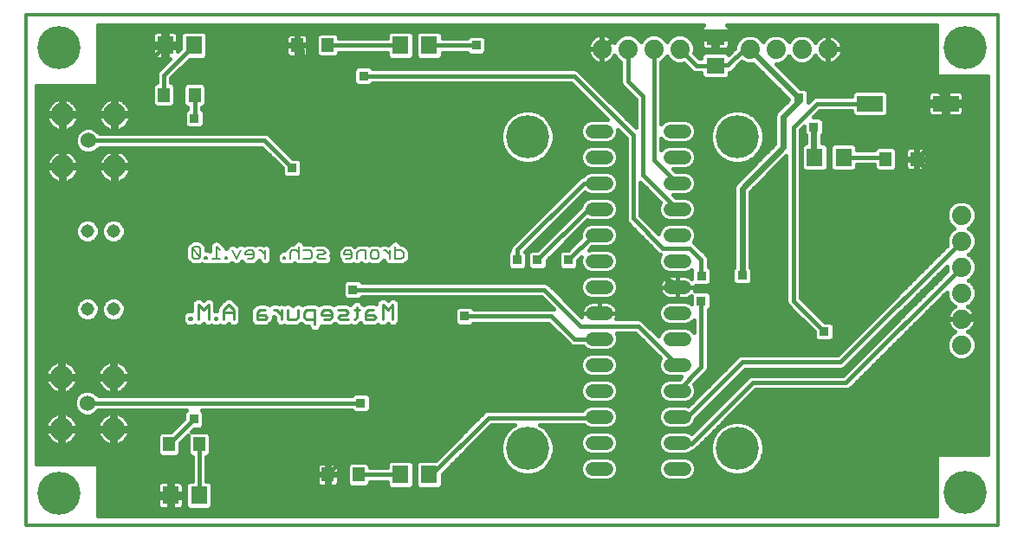
<source format=gbl>
G75*
%MOIN*%
%OFA0B0*%
%FSLAX24Y24*%
%IPPOS*%
%LPD*%
%AMOC8*
5,1,8,0,0,1.08239X$1,22.5*
%
%ADD10C,0.0120*%
%ADD11C,0.0080*%
%ADD12C,0.0110*%
%ADD13C,0.0520*%
%ADD14R,0.0472X0.0551*%
%ADD15R,0.0630X0.0709*%
%ADD16C,0.0600*%
%ADD17C,0.0886*%
%ADD18C,0.0740*%
%ADD19C,0.1660*%
%ADD20R,0.0984X0.0630*%
%ADD21C,0.0515*%
%ADD22R,0.0709X0.0630*%
%ADD23R,0.0356X0.0356*%
%ADD24C,0.0240*%
%ADD25C,0.0160*%
D10*
X000160Y000160D02*
X037562Y000160D01*
X037562Y019845D01*
X000160Y019845D01*
X000160Y000160D01*
D11*
X006626Y010436D02*
X006786Y010436D01*
X006866Y010516D01*
X006546Y010837D01*
X006546Y010516D01*
X006626Y010436D01*
X006866Y010516D02*
X006866Y010837D01*
X006786Y010917D01*
X006626Y010917D01*
X006546Y010837D01*
X007044Y010516D02*
X007044Y010436D01*
X007124Y010436D01*
X007124Y010516D01*
X007044Y010516D01*
X007320Y010436D02*
X007640Y010436D01*
X007480Y010436D02*
X007480Y010917D01*
X007640Y010756D01*
X007818Y010516D02*
X007818Y010436D01*
X007898Y010436D01*
X007898Y010516D01*
X007818Y010516D01*
X008093Y010756D02*
X008253Y010436D01*
X008413Y010756D01*
X008609Y010676D02*
X008609Y010596D01*
X008929Y010596D01*
X008929Y010516D02*
X008929Y010676D01*
X008849Y010756D01*
X008689Y010756D01*
X008609Y010676D01*
X008689Y010436D02*
X008849Y010436D01*
X008929Y010516D01*
X009118Y010756D02*
X009199Y010756D01*
X009359Y010596D01*
X009359Y010436D02*
X009359Y010756D01*
X010052Y010516D02*
X010052Y010436D01*
X010132Y010436D01*
X010132Y010516D01*
X010052Y010516D01*
X010327Y010436D02*
X010327Y010676D01*
X010408Y010756D01*
X010568Y010756D01*
X010648Y010676D01*
X010843Y010756D02*
X011083Y010756D01*
X011163Y010676D01*
X011163Y010516D01*
X011083Y010436D01*
X010843Y010436D01*
X010648Y010436D02*
X010648Y010917D01*
X011359Y010756D02*
X011599Y010756D01*
X011679Y010676D01*
X011599Y010596D01*
X011439Y010596D01*
X011359Y010516D01*
X011439Y010436D01*
X011679Y010436D01*
X012390Y010596D02*
X012710Y010596D01*
X012710Y010516D02*
X012710Y010676D01*
X012630Y010756D01*
X012470Y010756D01*
X012390Y010676D01*
X012390Y010596D01*
X012470Y010436D02*
X012630Y010436D01*
X012710Y010516D01*
X012906Y010436D02*
X012906Y010676D01*
X012986Y010756D01*
X013226Y010756D01*
X013226Y010436D01*
X013421Y010516D02*
X013421Y010676D01*
X013501Y010756D01*
X013662Y010756D01*
X013742Y010676D01*
X013742Y010516D01*
X013662Y010436D01*
X013501Y010436D01*
X013421Y010516D01*
X013931Y010756D02*
X014011Y010756D01*
X014171Y010596D01*
X014171Y010436D02*
X014171Y010756D01*
X014367Y010756D02*
X014607Y010756D01*
X014687Y010676D01*
X014687Y010516D01*
X014607Y010436D01*
X014367Y010436D01*
X014367Y010917D01*
D12*
X014278Y008680D02*
X014081Y008483D01*
X013885Y008680D01*
X013885Y008089D01*
X013634Y008187D02*
X013535Y008286D01*
X013240Y008286D01*
X013240Y008384D02*
X013240Y008089D01*
X013535Y008089D01*
X013634Y008187D01*
X013338Y008483D02*
X013240Y008384D01*
X013338Y008483D02*
X013535Y008483D01*
X012989Y008483D02*
X012792Y008483D01*
X012891Y008581D02*
X012891Y008187D01*
X012792Y008089D01*
X012559Y008089D02*
X012264Y008089D01*
X012166Y008187D01*
X012264Y008286D01*
X012461Y008286D01*
X012559Y008384D01*
X012461Y008483D01*
X012166Y008483D01*
X011915Y008384D02*
X011816Y008483D01*
X011620Y008483D01*
X011521Y008384D01*
X011521Y008286D01*
X011915Y008286D01*
X011915Y008384D02*
X011915Y008187D01*
X011816Y008089D01*
X011620Y008089D01*
X011270Y008089D02*
X010975Y008089D01*
X010877Y008187D01*
X010877Y008384D01*
X010975Y008483D01*
X011270Y008483D01*
X011270Y007892D01*
X010626Y008187D02*
X010527Y008089D01*
X010232Y008089D01*
X010232Y008483D01*
X009981Y008483D02*
X009981Y008089D01*
X009981Y008286D02*
X009784Y008483D01*
X009686Y008483D01*
X009346Y008483D02*
X009149Y008483D01*
X009050Y008384D01*
X009050Y008089D01*
X009346Y008089D01*
X009444Y008187D01*
X009346Y008286D01*
X009050Y008286D01*
X008155Y008384D02*
X007761Y008384D01*
X007761Y008483D02*
X007761Y008089D01*
X007510Y008089D02*
X007412Y008089D01*
X007412Y008187D01*
X007510Y008187D01*
X007510Y008089D01*
X007188Y008089D02*
X007188Y008680D01*
X006991Y008483D01*
X006795Y008680D01*
X006795Y008089D01*
X006544Y008089D02*
X006445Y008089D01*
X006445Y008187D01*
X006544Y008187D01*
X006544Y008089D01*
X007761Y008483D02*
X007958Y008680D01*
X008155Y008483D01*
X008155Y008089D01*
X010626Y008187D02*
X010626Y008483D01*
X014278Y008680D02*
X014278Y008089D01*
D13*
X021960Y008349D02*
X022480Y008349D01*
X022480Y007349D02*
X021960Y007349D01*
X021960Y006349D02*
X022480Y006349D01*
X022480Y005349D02*
X021960Y005349D01*
X021960Y004349D02*
X022480Y004349D01*
X022480Y003349D02*
X021960Y003349D01*
X021960Y002349D02*
X022480Y002349D01*
X024960Y002349D02*
X025480Y002349D01*
X025480Y003349D02*
X024960Y003349D01*
X024960Y004349D02*
X025480Y004349D01*
X025480Y005349D02*
X024960Y005349D01*
X024960Y006349D02*
X025480Y006349D01*
X025480Y007349D02*
X024960Y007349D01*
X024960Y008349D02*
X025480Y008349D01*
X025480Y009349D02*
X024960Y009349D01*
X024960Y010349D02*
X025480Y010349D01*
X025480Y011349D02*
X024960Y011349D01*
X024960Y012349D02*
X025480Y012349D01*
X025480Y013349D02*
X024960Y013349D01*
X024960Y014349D02*
X025480Y014349D01*
X025480Y015349D02*
X024960Y015349D01*
X022480Y015349D02*
X021960Y015349D01*
X021960Y014349D02*
X022480Y014349D01*
X022480Y013349D02*
X021960Y013349D01*
X021960Y012349D02*
X022480Y012349D01*
X022480Y011349D02*
X021960Y011349D01*
X021960Y010349D02*
X022480Y010349D01*
X022480Y009349D02*
X021960Y009349D01*
D14*
X033242Y014281D03*
X034423Y014281D03*
X011774Y018664D03*
X010593Y018664D03*
X006646Y016749D03*
X005465Y016749D03*
X005654Y003289D03*
X006835Y003289D03*
X011774Y002129D03*
X012955Y002129D03*
D15*
X014569Y002129D03*
X015672Y002129D03*
X006826Y001328D03*
X005723Y001328D03*
X030509Y014344D03*
X031612Y014344D03*
X015672Y018664D03*
X014569Y018664D03*
X006617Y018664D03*
X005514Y018664D03*
D16*
X002557Y014993D03*
X002522Y004884D03*
D17*
X001522Y003884D03*
X003522Y003884D03*
X003522Y005884D03*
X001522Y005884D03*
X001557Y013993D03*
X003557Y013993D03*
X003557Y015993D03*
X001557Y015993D03*
D18*
X022322Y018520D03*
X023322Y018520D03*
X024322Y018520D03*
X025322Y018520D03*
X028013Y018515D03*
X029013Y018515D03*
X030013Y018515D03*
X031013Y018515D03*
X036156Y012117D03*
X036156Y011117D03*
X036156Y010117D03*
X036156Y009117D03*
X036156Y008117D03*
X036156Y007117D03*
D19*
X027519Y003136D03*
X019451Y003136D03*
X036297Y001430D03*
X027519Y015141D03*
X019451Y015141D03*
X036297Y018580D03*
X001433Y018584D03*
X001439Y001420D03*
D20*
X032634Y016419D03*
X035548Y016419D03*
D21*
X003522Y011503D03*
X002522Y011503D03*
X002522Y008503D03*
X003522Y008503D03*
D22*
X026688Y017883D03*
X026688Y018985D03*
D23*
X029880Y016630D03*
X030475Y015514D03*
X035593Y013152D03*
X027720Y009800D03*
X026150Y009770D03*
X026144Y008821D03*
X024176Y009215D03*
X023270Y008330D03*
X021026Y010396D03*
X019845Y010396D03*
X019058Y010396D03*
X017040Y008230D03*
X012730Y009250D03*
X014400Y012730D03*
X010396Y013940D03*
X006640Y015840D03*
X013152Y017483D03*
X017483Y018664D03*
X023080Y014120D03*
X030869Y007640D03*
X029688Y006853D03*
X032230Y003700D03*
X034480Y003690D03*
X035120Y002250D03*
X017020Y002190D03*
X015508Y001027D03*
X014270Y004610D03*
X013040Y004880D03*
X006620Y004260D03*
X003520Y002990D03*
D24*
X015508Y001027D02*
X015981Y001020D01*
X018190Y001020D01*
X033890Y001020D01*
X035120Y002250D01*
X036464Y008117D02*
X036774Y008428D01*
X036774Y012758D01*
X036380Y013152D01*
X035593Y013152D01*
X035552Y013152D02*
X034423Y014281D01*
X035548Y015405D01*
X035548Y016419D01*
X035548Y016652D02*
X033020Y019180D01*
X031020Y019180D01*
X026538Y019180D01*
X022982Y019180D01*
X022322Y018520D01*
X028013Y018515D02*
X029880Y016648D01*
X029880Y016494D02*
X029294Y015908D01*
X029294Y014727D01*
X027719Y013152D01*
X027719Y009801D01*
X025240Y009350D02*
X023100Y011020D01*
X023080Y014120D01*
X030475Y014378D02*
X030475Y015514D01*
X017020Y002190D02*
X018190Y001020D01*
D25*
X018819Y002312D02*
X019054Y002176D01*
X019316Y002106D01*
X019587Y002106D01*
X019849Y002176D01*
X020084Y002312D01*
X020275Y002504D01*
X020411Y002738D01*
X020481Y003000D01*
X020481Y003271D01*
X020411Y003533D01*
X020275Y003768D01*
X020084Y003960D01*
X019945Y004040D01*
X021618Y004040D01*
X021699Y003959D01*
X021868Y003889D01*
X022571Y003889D01*
X022740Y003959D01*
X022870Y004089D01*
X022940Y004258D01*
X022940Y004441D01*
X022870Y004610D01*
X022740Y004739D01*
X022571Y004809D01*
X021868Y004809D01*
X021699Y004739D01*
X021570Y004610D01*
X021566Y004600D01*
X017904Y004600D01*
X017801Y004557D01*
X015927Y002683D01*
X015274Y002683D01*
X015157Y002566D01*
X015157Y001691D01*
X015274Y001574D01*
X016070Y001574D01*
X016187Y001691D01*
X016187Y002151D01*
X018076Y004040D01*
X018957Y004040D01*
X018819Y003960D01*
X018627Y003768D01*
X018492Y003533D01*
X018421Y003271D01*
X018421Y003000D01*
X018492Y002738D01*
X018627Y002504D01*
X018819Y002312D01*
X018752Y002379D02*
X016415Y002379D01*
X016573Y002538D02*
X018608Y002538D01*
X018516Y002696D02*
X016732Y002696D01*
X016890Y002855D02*
X018460Y002855D01*
X018421Y003013D02*
X017049Y003013D01*
X017207Y003172D02*
X018421Y003172D01*
X018437Y003330D02*
X017366Y003330D01*
X017524Y003489D02*
X018480Y003489D01*
X018557Y003647D02*
X017683Y003647D01*
X017841Y003806D02*
X018664Y003806D01*
X018826Y003964D02*
X018000Y003964D01*
X017367Y004123D02*
X006998Y004123D01*
X006998Y003999D02*
X006998Y004521D01*
X006915Y004604D01*
X012677Y004604D01*
X012779Y004502D01*
X013301Y004502D01*
X013418Y004619D01*
X013418Y005141D01*
X013301Y005258D01*
X012779Y005258D01*
X012685Y005164D01*
X002947Y005164D01*
X002946Y005168D01*
X002805Y005308D01*
X002622Y005384D01*
X002423Y005384D01*
X002239Y005308D01*
X002098Y005168D01*
X002022Y004984D01*
X002022Y004785D01*
X002098Y004601D01*
X002239Y004461D01*
X002423Y004384D01*
X002622Y004384D01*
X002805Y004461D01*
X002946Y004601D01*
X002947Y004604D01*
X006325Y004604D01*
X006242Y004521D01*
X006242Y004273D01*
X005733Y003765D01*
X005335Y003765D01*
X005218Y003648D01*
X005218Y002931D01*
X005335Y002814D01*
X005973Y002814D01*
X006090Y002931D01*
X006090Y003329D01*
X006399Y003638D01*
X006399Y002931D01*
X006516Y002814D01*
X006549Y002814D01*
X006546Y002550D01*
X006546Y002548D01*
X006546Y002494D01*
X006545Y002440D01*
X006546Y002438D01*
X006546Y001882D01*
X006428Y001882D01*
X006311Y001765D01*
X006311Y000891D01*
X006428Y000774D01*
X007223Y000774D01*
X007340Y000891D01*
X007340Y001765D01*
X007223Y001882D01*
X007106Y001882D01*
X007106Y002491D01*
X007109Y002814D01*
X007154Y002814D01*
X007271Y002931D01*
X007271Y003648D01*
X007154Y003765D01*
X006525Y003765D01*
X006642Y003882D01*
X006881Y003882D01*
X006998Y003999D01*
X006963Y003964D02*
X017208Y003964D01*
X017050Y003806D02*
X006566Y003806D01*
X006091Y004123D02*
X004100Y004123D01*
X004099Y004124D02*
X004055Y004211D01*
X003997Y004290D01*
X003928Y004360D01*
X003849Y004417D01*
X003761Y004462D01*
X003668Y004492D01*
X003590Y004504D01*
X003590Y003952D01*
X004142Y003952D01*
X004130Y004030D01*
X004099Y004124D01*
X004140Y003964D02*
X005933Y003964D01*
X005774Y003806D02*
X004140Y003806D01*
X004142Y003817D02*
X003590Y003817D01*
X003590Y003952D01*
X003455Y003952D01*
X003455Y004504D01*
X003376Y004492D01*
X003283Y004462D01*
X003196Y004417D01*
X003116Y004360D01*
X003047Y004290D01*
X002989Y004211D01*
X002945Y004124D01*
X002915Y004030D01*
X002902Y003952D01*
X003455Y003952D01*
X003455Y003817D01*
X003590Y003817D01*
X003590Y003264D01*
X003668Y003277D01*
X003761Y003307D01*
X003849Y003352D01*
X003928Y003409D01*
X003997Y003479D01*
X004055Y003558D01*
X004099Y003645D01*
X004130Y003739D01*
X004142Y003817D01*
X004100Y003647D02*
X005218Y003647D01*
X005218Y003489D02*
X004005Y003489D01*
X003806Y003330D02*
X005218Y003330D01*
X005218Y003172D02*
X000554Y003172D01*
X000554Y003330D02*
X001238Y003330D01*
X001196Y003352D02*
X001283Y003307D01*
X001376Y003277D01*
X001455Y003264D01*
X001455Y003817D01*
X001590Y003817D01*
X001590Y003952D01*
X002142Y003952D01*
X002130Y004030D01*
X002099Y004124D01*
X002055Y004211D01*
X001997Y004290D01*
X001928Y004360D01*
X001849Y004417D01*
X001761Y004462D01*
X001668Y004492D01*
X001590Y004504D01*
X001590Y003952D01*
X001455Y003952D01*
X001455Y004504D01*
X001376Y004492D01*
X001283Y004462D01*
X001196Y004417D01*
X001116Y004360D01*
X001047Y004290D01*
X000989Y004211D01*
X000945Y004124D01*
X000915Y004030D01*
X000902Y003952D01*
X001455Y003952D01*
X001455Y003817D01*
X000902Y003817D01*
X000915Y003739D01*
X000945Y003645D01*
X000989Y003558D01*
X001047Y003479D01*
X001116Y003409D01*
X001196Y003352D01*
X001040Y003489D02*
X000554Y003489D01*
X000554Y003647D02*
X000944Y003647D01*
X000904Y003806D02*
X000554Y003806D01*
X000554Y003964D02*
X000904Y003964D01*
X000945Y004123D02*
X000554Y004123D01*
X000554Y004281D02*
X001040Y004281D01*
X001240Y004440D02*
X000554Y004440D01*
X000554Y004598D02*
X002101Y004598D01*
X002034Y004757D02*
X000554Y004757D01*
X000554Y004915D02*
X002022Y004915D01*
X002059Y005074D02*
X000554Y005074D01*
X000554Y005232D02*
X002163Y005232D01*
X001928Y005409D02*
X001997Y005479D01*
X002055Y005558D01*
X002099Y005645D01*
X002130Y005739D01*
X002142Y005817D01*
X001590Y005817D01*
X001590Y005952D01*
X002142Y005952D01*
X002130Y006030D01*
X002099Y006124D01*
X002055Y006211D01*
X001997Y006290D01*
X001928Y006360D01*
X001849Y006417D01*
X001761Y006462D01*
X001668Y006492D01*
X001590Y006504D01*
X001590Y005952D01*
X001455Y005952D01*
X001455Y006504D01*
X001376Y006492D01*
X001283Y006462D01*
X001196Y006417D01*
X001116Y006360D01*
X001047Y006290D01*
X000989Y006211D01*
X000945Y006124D01*
X000915Y006030D01*
X000902Y005952D01*
X001455Y005952D01*
X001455Y005817D01*
X001590Y005817D01*
X001590Y005264D01*
X001668Y005277D01*
X001761Y005307D01*
X001849Y005352D01*
X001928Y005409D01*
X001902Y005391D02*
X003142Y005391D01*
X003116Y005409D02*
X003196Y005352D01*
X003283Y005307D01*
X003376Y005277D01*
X003455Y005264D01*
X003455Y005817D01*
X003590Y005817D01*
X003590Y005952D01*
X004142Y005952D01*
X004130Y006030D01*
X004099Y006124D01*
X004055Y006211D01*
X003997Y006290D01*
X003928Y006360D01*
X003849Y006417D01*
X003761Y006462D01*
X003668Y006492D01*
X003590Y006504D01*
X003590Y005952D01*
X003455Y005952D01*
X003455Y006504D01*
X003376Y006492D01*
X003283Y006462D01*
X003196Y006417D01*
X003116Y006360D01*
X003047Y006290D01*
X002989Y006211D01*
X002945Y006124D01*
X002915Y006030D01*
X002902Y005952D01*
X003455Y005952D01*
X003455Y005817D01*
X002902Y005817D01*
X002915Y005739D01*
X002945Y005645D01*
X002989Y005558D01*
X003047Y005479D01*
X003116Y005409D01*
X002996Y005549D02*
X002048Y005549D01*
X002120Y005708D02*
X002925Y005708D01*
X002914Y006025D02*
X002131Y006025D01*
X002069Y006183D02*
X002975Y006183D01*
X003098Y006342D02*
X001946Y006342D01*
X001590Y006342D02*
X001455Y006342D01*
X001455Y006500D02*
X001590Y006500D01*
X001617Y006500D02*
X003427Y006500D01*
X003455Y006500D02*
X003590Y006500D01*
X003617Y006500D02*
X021524Y006500D01*
X021500Y006441D02*
X021500Y006258D01*
X021570Y006089D01*
X021699Y005959D01*
X021868Y005889D01*
X022571Y005889D01*
X022740Y005959D01*
X022870Y006089D01*
X022940Y006258D01*
X022940Y006441D01*
X022870Y006610D01*
X022740Y006739D01*
X022571Y006809D01*
X021868Y006809D01*
X021699Y006739D01*
X021570Y006610D01*
X021500Y006441D01*
X021500Y006342D02*
X003946Y006342D01*
X004069Y006183D02*
X021531Y006183D01*
X021634Y006025D02*
X004131Y006025D01*
X004142Y005817D02*
X003590Y005817D01*
X003590Y005264D01*
X003668Y005277D01*
X003761Y005307D01*
X003849Y005352D01*
X003928Y005409D01*
X003997Y005479D01*
X004055Y005558D01*
X004099Y005645D01*
X004130Y005739D01*
X004142Y005817D01*
X004120Y005708D02*
X021667Y005708D01*
X021699Y005739D02*
X021570Y005610D01*
X021500Y005441D01*
X021500Y005258D01*
X021570Y005089D01*
X021699Y004959D01*
X021868Y004889D01*
X022571Y004889D01*
X022740Y004959D01*
X022870Y005089D01*
X022940Y005258D01*
X022940Y005441D01*
X022870Y005610D01*
X022740Y005739D01*
X022571Y005809D01*
X021868Y005809D01*
X021699Y005739D01*
X021544Y005549D02*
X004048Y005549D01*
X003902Y005391D02*
X021500Y005391D01*
X021510Y005232D02*
X013327Y005232D01*
X013418Y005074D02*
X021585Y005074D01*
X021806Y004915D02*
X013418Y004915D01*
X013418Y004757D02*
X021741Y004757D01*
X022190Y004320D02*
X017960Y004320D01*
X015769Y002129D01*
X015672Y002129D01*
X016187Y002062D02*
X021596Y002062D01*
X021570Y002089D02*
X021699Y001959D01*
X021868Y001889D01*
X022571Y001889D01*
X022740Y001959D01*
X022870Y002089D01*
X022940Y002258D01*
X022940Y002441D01*
X022870Y002610D01*
X022740Y002739D01*
X022571Y002809D01*
X021868Y002809D01*
X021699Y002739D01*
X021570Y002610D01*
X021500Y002441D01*
X021500Y002258D01*
X021570Y002089D01*
X021515Y002221D02*
X019926Y002221D01*
X020151Y002379D02*
X021500Y002379D01*
X021540Y002538D02*
X020295Y002538D01*
X020387Y002696D02*
X021656Y002696D01*
X021699Y002959D02*
X021868Y002889D01*
X022571Y002889D01*
X022740Y002959D01*
X022870Y003089D01*
X022940Y003258D01*
X022940Y003441D01*
X022870Y003610D01*
X022740Y003739D01*
X022571Y003809D01*
X021868Y003809D01*
X021699Y003739D01*
X021570Y003610D01*
X021500Y003441D01*
X021500Y003258D01*
X021570Y003089D01*
X021699Y002959D01*
X021645Y003013D02*
X020481Y003013D01*
X020481Y003172D02*
X021535Y003172D01*
X021500Y003330D02*
X020466Y003330D01*
X020423Y003489D02*
X021519Y003489D01*
X021607Y003647D02*
X020346Y003647D01*
X020238Y003806D02*
X021859Y003806D01*
X021694Y003964D02*
X020077Y003964D01*
X020442Y002855D02*
X026528Y002855D01*
X026559Y002738D02*
X026489Y003000D01*
X026489Y003271D01*
X026559Y003533D01*
X026695Y003768D01*
X026887Y003960D01*
X027122Y004096D01*
X027383Y004166D01*
X027655Y004166D01*
X027917Y004096D01*
X028151Y003960D01*
X028343Y003768D01*
X028479Y003533D01*
X028549Y003271D01*
X028549Y003000D01*
X028479Y002738D01*
X028343Y002504D01*
X028151Y002312D01*
X027917Y002176D01*
X027655Y002106D01*
X027383Y002106D01*
X027122Y002176D01*
X026887Y002312D01*
X026695Y002504D01*
X026559Y002738D01*
X026584Y002696D02*
X025783Y002696D01*
X025740Y002739D02*
X025571Y002809D01*
X024868Y002809D01*
X024699Y002739D01*
X024570Y002610D01*
X024500Y002441D01*
X024500Y002258D01*
X024570Y002089D01*
X024699Y001959D01*
X024868Y001889D01*
X025571Y001889D01*
X025740Y001959D01*
X025870Y002089D01*
X025940Y002258D01*
X025940Y002441D01*
X025870Y002610D01*
X025740Y002739D01*
X025740Y002959D02*
X025571Y002889D01*
X024868Y002889D01*
X024699Y002959D01*
X024570Y003089D01*
X024500Y003258D01*
X024500Y003441D01*
X024570Y003610D01*
X024699Y003739D01*
X024868Y003809D01*
X025571Y003809D01*
X025740Y003739D01*
X025762Y003717D01*
X027954Y005909D01*
X028057Y005952D01*
X031595Y005952D01*
X035604Y009961D01*
X035586Y010004D01*
X035586Y010151D01*
X031736Y006301D01*
X031657Y006222D01*
X031554Y006179D01*
X027835Y006179D01*
X025940Y004284D01*
X025940Y004258D01*
X025870Y004089D01*
X025740Y003959D01*
X025571Y003889D01*
X024868Y003889D01*
X024699Y003959D01*
X024570Y004089D01*
X024500Y004258D01*
X024500Y004441D01*
X024570Y004610D01*
X024699Y004739D01*
X024868Y004809D01*
X025571Y004809D01*
X025643Y004779D01*
X027560Y006697D01*
X027663Y006739D01*
X031382Y006739D01*
X035604Y010961D01*
X035586Y011004D01*
X035586Y011231D01*
X035673Y011440D01*
X035833Y011601D01*
X035874Y011617D01*
X035833Y011634D01*
X035673Y011794D01*
X035586Y012004D01*
X035586Y012231D01*
X035673Y012440D01*
X035833Y012601D01*
X036043Y012687D01*
X036270Y012687D01*
X036479Y012601D01*
X036640Y012440D01*
X036726Y012231D01*
X036726Y012004D01*
X036640Y011794D01*
X036479Y011634D01*
X036439Y011617D01*
X036479Y011601D01*
X036640Y011440D01*
X036726Y011231D01*
X036726Y011004D01*
X036640Y010794D01*
X036479Y010634D01*
X036439Y010617D01*
X036479Y010601D01*
X036640Y010440D01*
X036726Y010231D01*
X036726Y010004D01*
X036640Y009794D01*
X036479Y009634D01*
X036439Y009617D01*
X036479Y009601D01*
X036640Y009440D01*
X036726Y009231D01*
X036726Y009004D01*
X036640Y008794D01*
X036479Y008634D01*
X036410Y008605D01*
X036445Y008588D01*
X036515Y008537D01*
X036576Y008476D01*
X036627Y008406D01*
X036666Y008328D01*
X036693Y008246D01*
X036706Y008161D01*
X036706Y008137D01*
X036176Y008137D01*
X036176Y008097D01*
X036706Y008097D01*
X036706Y008074D01*
X036693Y007989D01*
X036666Y007906D01*
X036627Y007829D01*
X036576Y007759D01*
X036515Y007698D01*
X036445Y007647D01*
X036410Y007629D01*
X036479Y007601D01*
X036640Y007440D01*
X036726Y007231D01*
X036726Y007004D01*
X036640Y006794D01*
X036479Y006634D01*
X036270Y006547D01*
X036043Y006547D01*
X035833Y006634D01*
X035673Y006794D01*
X035586Y007004D01*
X035586Y007231D01*
X035673Y007440D01*
X035833Y007601D01*
X035903Y007629D01*
X035868Y007647D01*
X035798Y007698D01*
X035737Y007759D01*
X035686Y007829D01*
X035647Y007906D01*
X035620Y007989D01*
X035606Y008074D01*
X035606Y008097D01*
X036136Y008097D01*
X036136Y008137D01*
X035606Y008137D01*
X035606Y008161D01*
X035620Y008246D01*
X035647Y008328D01*
X035686Y008406D01*
X035737Y008476D01*
X035798Y008537D01*
X035868Y008588D01*
X035903Y008605D01*
X035833Y008634D01*
X035673Y008794D01*
X035586Y009004D01*
X035586Y009151D01*
X031948Y005513D01*
X031869Y005434D01*
X031767Y005392D01*
X028229Y005392D01*
X025988Y003151D01*
X025909Y003072D01*
X025813Y003033D01*
X025740Y002959D01*
X025794Y003013D02*
X026489Y003013D01*
X026489Y003172D02*
X026008Y003172D01*
X026167Y003330D02*
X026505Y003330D01*
X026547Y003489D02*
X026325Y003489D01*
X026484Y003647D02*
X026625Y003647D01*
X026642Y003806D02*
X026732Y003806D01*
X026801Y003964D02*
X026894Y003964D01*
X026959Y004123D02*
X027222Y004123D01*
X027118Y004281D02*
X037168Y004281D01*
X037168Y004123D02*
X027816Y004123D01*
X028145Y003964D02*
X037168Y003964D01*
X037168Y003806D02*
X028306Y003806D01*
X028413Y003647D02*
X037168Y003647D01*
X037168Y003489D02*
X028491Y003489D01*
X028533Y003330D02*
X037168Y003330D01*
X037168Y003172D02*
X028549Y003172D01*
X028549Y003013D02*
X037168Y003013D01*
X037168Y002916D02*
X035199Y002916D01*
X035199Y000554D01*
X002916Y000554D01*
X002916Y002522D01*
X000554Y002522D01*
X000554Y017089D01*
X002916Y017089D01*
X002916Y019451D01*
X026236Y019451D01*
X026223Y019444D01*
X026190Y019411D01*
X026166Y019370D01*
X026154Y019324D01*
X026154Y019063D01*
X026610Y019063D01*
X026610Y018908D01*
X026154Y018908D01*
X026154Y018646D01*
X026166Y018601D01*
X026190Y018560D01*
X026223Y018526D01*
X026264Y018502D01*
X026310Y018490D01*
X026610Y018490D01*
X026610Y018908D01*
X026765Y018908D01*
X026765Y018490D01*
X027066Y018490D01*
X027112Y018502D01*
X027153Y018526D01*
X027186Y018560D01*
X027210Y018601D01*
X027222Y018646D01*
X027222Y018908D01*
X026765Y018908D01*
X026765Y019063D01*
X027222Y019063D01*
X027222Y019324D01*
X027210Y019370D01*
X027186Y019411D01*
X027153Y019444D01*
X027140Y019451D01*
X035199Y019451D01*
X035199Y017483D01*
X037168Y017483D01*
X037168Y002916D01*
X035199Y002855D02*
X028510Y002855D01*
X028454Y002696D02*
X035199Y002696D01*
X035199Y002538D02*
X028363Y002538D01*
X028219Y002379D02*
X035199Y002379D01*
X035199Y002221D02*
X027993Y002221D01*
X027045Y002221D02*
X025924Y002221D01*
X025940Y002379D02*
X026819Y002379D01*
X026675Y002538D02*
X025900Y002538D01*
X025843Y002062D02*
X035199Y002062D01*
X035199Y001904D02*
X025605Y001904D01*
X024834Y001904D02*
X022605Y001904D01*
X022843Y002062D02*
X024596Y002062D01*
X024515Y002221D02*
X022924Y002221D01*
X022940Y002379D02*
X024500Y002379D01*
X024540Y002538D02*
X022900Y002538D01*
X022783Y002696D02*
X024656Y002696D01*
X024645Y003013D02*
X022794Y003013D01*
X022904Y003172D02*
X024535Y003172D01*
X024500Y003330D02*
X022940Y003330D01*
X022920Y003489D02*
X024519Y003489D01*
X024607Y003647D02*
X022832Y003647D01*
X022580Y003806D02*
X024859Y003806D01*
X024694Y003964D02*
X022745Y003964D01*
X022884Y004123D02*
X024556Y004123D01*
X024500Y004281D02*
X022940Y004281D01*
X022940Y004440D02*
X024500Y004440D01*
X024565Y004598D02*
X022874Y004598D01*
X022699Y004757D02*
X024741Y004757D01*
X024806Y004915D02*
X022633Y004915D01*
X022854Y005074D02*
X024585Y005074D01*
X024570Y005089D02*
X024699Y004959D01*
X024868Y004889D01*
X025571Y004889D01*
X025740Y004959D01*
X025870Y005089D01*
X025940Y005258D01*
X025940Y005441D01*
X025872Y005605D01*
X026303Y006037D01*
X026382Y006115D01*
X026424Y006218D01*
X026424Y008462D01*
X026522Y008560D01*
X026522Y009082D01*
X026405Y009200D01*
X025894Y009200D01*
X025909Y009246D01*
X025920Y009315D01*
X025920Y009349D01*
X025220Y009349D01*
X025220Y009349D01*
X025220Y008909D01*
X025514Y008909D01*
X025583Y008920D01*
X025649Y008942D01*
X025710Y008973D01*
X025766Y009014D01*
X025766Y008713D01*
X025740Y008739D01*
X025571Y008809D01*
X024868Y008809D01*
X024699Y008739D01*
X024570Y008610D01*
X024500Y008441D01*
X024500Y008258D01*
X024570Y008089D01*
X024699Y007959D01*
X024868Y007889D01*
X025571Y007889D01*
X025740Y007959D01*
X025864Y008083D01*
X025864Y007615D01*
X025740Y007739D01*
X025571Y007809D01*
X024868Y007809D01*
X024699Y007739D01*
X024570Y007610D01*
X024507Y007458D01*
X023878Y008087D01*
X023775Y008130D01*
X022862Y008130D01*
X022887Y008180D01*
X022909Y008246D01*
X022920Y008315D01*
X022920Y008349D01*
X022220Y008349D01*
X022220Y008349D01*
X022920Y008349D01*
X022920Y008384D01*
X022909Y008452D01*
X022887Y008518D01*
X022856Y008580D01*
X022815Y008636D01*
X022766Y008685D01*
X022710Y008726D01*
X022649Y008757D01*
X022583Y008778D01*
X022514Y008789D01*
X022220Y008789D01*
X022220Y008349D01*
X022220Y008349D01*
X021520Y008349D01*
X021520Y008315D01*
X021530Y008246D01*
X021540Y008216D01*
X020347Y009409D01*
X020269Y009487D01*
X020166Y009530D01*
X013089Y009530D01*
X012991Y009628D01*
X012469Y009628D01*
X012352Y009511D01*
X012352Y008989D01*
X012469Y008872D01*
X012991Y008872D01*
X013089Y008970D01*
X019994Y008970D01*
X020474Y008490D01*
X020426Y008510D01*
X017399Y008510D01*
X017301Y008608D01*
X016779Y008608D01*
X016662Y008491D01*
X016662Y007969D01*
X016779Y007852D01*
X017301Y007852D01*
X017399Y007950D01*
X020254Y007950D01*
X021013Y007191D01*
X021092Y007112D01*
X021195Y007069D01*
X021589Y007069D01*
X021699Y006959D01*
X021868Y006889D01*
X022571Y006889D01*
X022740Y006959D01*
X022870Y007089D01*
X022940Y007258D01*
X022940Y007441D01*
X022886Y007570D01*
X023603Y007570D01*
X024568Y006605D01*
X024500Y006441D01*
X024500Y006258D01*
X024570Y006089D01*
X024699Y005959D01*
X024868Y005889D01*
X025364Y005889D01*
X025284Y005809D01*
X024868Y005809D01*
X024699Y005739D01*
X024570Y005610D01*
X024500Y005441D01*
X024500Y005258D01*
X024570Y005089D01*
X024510Y005232D02*
X022929Y005232D01*
X022940Y005391D02*
X024500Y005391D01*
X024544Y005549D02*
X022895Y005549D01*
X022772Y005708D02*
X024667Y005708D01*
X024634Y006025D02*
X022805Y006025D01*
X022909Y006183D02*
X024531Y006183D01*
X024500Y006342D02*
X022940Y006342D01*
X022915Y006500D02*
X024524Y006500D01*
X024514Y006659D02*
X022821Y006659D01*
X022756Y006976D02*
X024197Y006976D01*
X024039Y007134D02*
X022888Y007134D01*
X022940Y007293D02*
X023880Y007293D01*
X023722Y007451D02*
X022935Y007451D01*
X022220Y007349D02*
X021251Y007349D01*
X020370Y008230D01*
X017040Y008230D01*
X016662Y008244D02*
X014533Y008244D01*
X014533Y008402D02*
X016662Y008402D01*
X016731Y008561D02*
X014533Y008561D01*
X014533Y008719D02*
X020245Y008719D01*
X020404Y008561D02*
X017349Y008561D01*
X016662Y008085D02*
X014533Y008085D01*
X014533Y008038D02*
X014533Y008730D01*
X014494Y008824D01*
X014423Y008896D01*
X014329Y008935D01*
X014228Y008935D01*
X014134Y008896D01*
X014081Y008843D01*
X014029Y008896D01*
X013935Y008935D01*
X013834Y008935D01*
X013740Y008896D01*
X013739Y008895D01*
X013668Y008824D01*
X013630Y008730D01*
X013630Y008720D01*
X013586Y008738D01*
X013288Y008738D01*
X013194Y008699D01*
X013164Y008669D01*
X013134Y008699D01*
X013115Y008707D01*
X013107Y008726D01*
X013035Y008797D01*
X012941Y008836D01*
X012840Y008836D01*
X012746Y008797D01*
X012675Y008726D01*
X012667Y008707D01*
X012648Y008699D01*
X012627Y008678D01*
X012605Y008699D01*
X012512Y008738D01*
X012115Y008738D01*
X012021Y008699D01*
X011991Y008669D01*
X011961Y008699D01*
X011867Y008738D01*
X011569Y008738D01*
X011475Y008699D01*
X011445Y008669D01*
X011415Y008699D01*
X011321Y008738D01*
X010924Y008738D01*
X010831Y008699D01*
X010800Y008669D01*
X010770Y008699D01*
X010677Y008738D01*
X010575Y008738D01*
X010481Y008699D01*
X010429Y008646D01*
X010377Y008699D01*
X010283Y008738D01*
X010181Y008738D01*
X010107Y008707D01*
X010032Y008738D01*
X009931Y008738D01*
X009883Y008718D01*
X009835Y008738D01*
X009635Y008738D01*
X009542Y008699D01*
X009516Y008673D01*
X009490Y008699D01*
X009396Y008738D01*
X009098Y008738D01*
X009004Y008699D01*
X008906Y008600D01*
X008834Y008529D01*
X008795Y008435D01*
X008795Y008038D01*
X008834Y007945D01*
X008906Y007873D01*
X009000Y007834D01*
X009396Y007834D01*
X009490Y007873D01*
X009589Y007971D01*
X009660Y008043D01*
X009660Y008043D01*
X009683Y008097D01*
X009699Y008137D01*
X009699Y008207D01*
X009726Y008180D01*
X009726Y008038D01*
X009765Y007945D01*
X009837Y007873D01*
X009931Y007834D01*
X010032Y007834D01*
X010107Y007865D01*
X010181Y007834D01*
X010578Y007834D01*
X010672Y007873D01*
X010744Y007945D01*
X010751Y007952D01*
X010759Y007945D01*
X010831Y007873D01*
X010924Y007834D01*
X011018Y007834D01*
X011054Y007748D01*
X011126Y007676D01*
X011220Y007637D01*
X011321Y007637D01*
X011415Y007676D01*
X011487Y007748D01*
X011525Y007841D01*
X011525Y007852D01*
X011569Y007834D01*
X011867Y007834D01*
X011961Y007873D01*
X012033Y007945D01*
X012040Y007952D01*
X012120Y007873D01*
X012213Y007834D01*
X012610Y007834D01*
X012676Y007861D01*
X012742Y007834D01*
X012843Y007834D01*
X012937Y007873D01*
X013019Y007955D01*
X013024Y007945D01*
X013096Y007873D01*
X013189Y007834D01*
X013586Y007834D01*
X013680Y007873D01*
X013710Y007903D01*
X013740Y007873D01*
X013834Y007834D01*
X013935Y007834D01*
X014029Y007873D01*
X014081Y007925D01*
X014134Y007873D01*
X014228Y007834D01*
X014329Y007834D01*
X014423Y007873D01*
X014494Y007945D01*
X014533Y008038D01*
X014476Y007927D02*
X016704Y007927D01*
X017376Y007927D02*
X020278Y007927D01*
X020436Y007768D02*
X011495Y007768D01*
X011046Y007768D02*
X000554Y007768D01*
X000554Y007610D02*
X020595Y007610D01*
X020753Y007451D02*
X000554Y007451D01*
X000554Y007293D02*
X020912Y007293D01*
X021070Y007134D02*
X000554Y007134D01*
X000554Y006976D02*
X021683Y006976D01*
X021618Y006659D02*
X000554Y006659D01*
X000554Y006817D02*
X024356Y006817D01*
X025220Y006349D02*
X023719Y007850D01*
X021510Y007850D01*
X020110Y009250D01*
X012730Y009250D01*
X012352Y009195D02*
X000554Y009195D01*
X000554Y009353D02*
X012352Y009353D01*
X012352Y009512D02*
X000554Y009512D01*
X000554Y009670D02*
X021630Y009670D01*
X021570Y009610D02*
X021500Y009441D01*
X021500Y009258D01*
X021570Y009089D01*
X021699Y008959D01*
X021868Y008889D01*
X022571Y008889D01*
X022740Y008959D01*
X022870Y009089D01*
X022940Y009258D01*
X022940Y009441D01*
X022870Y009610D01*
X022740Y009739D01*
X022571Y009809D01*
X021868Y009809D01*
X021699Y009739D01*
X021570Y009610D01*
X021529Y009512D02*
X020210Y009512D01*
X020347Y009409D02*
X020347Y009409D01*
X020403Y009353D02*
X021500Y009353D01*
X021526Y009195D02*
X020561Y009195D01*
X020720Y009036D02*
X021622Y009036D01*
X021791Y008757D02*
X021729Y008726D01*
X021673Y008685D01*
X021624Y008636D01*
X021583Y008580D01*
X021552Y008518D01*
X021530Y008452D01*
X021520Y008384D01*
X021520Y008349D01*
X022220Y008349D01*
X022220Y008349D01*
X022220Y008789D01*
X021925Y008789D01*
X021857Y008778D01*
X021791Y008757D01*
X021720Y008719D02*
X021037Y008719D01*
X021195Y008561D02*
X021573Y008561D01*
X021522Y008402D02*
X021354Y008402D01*
X021512Y008244D02*
X021531Y008244D01*
X022220Y008402D02*
X022220Y008402D01*
X022220Y008561D02*
X022220Y008561D01*
X022220Y008719D02*
X022220Y008719D01*
X022719Y008719D02*
X024679Y008719D01*
X024549Y008561D02*
X022866Y008561D01*
X022917Y008402D02*
X024500Y008402D01*
X024506Y008244D02*
X022908Y008244D01*
X023270Y008330D02*
X023291Y008330D01*
X024176Y009215D01*
X024530Y009246D02*
X024552Y009180D01*
X024583Y009119D01*
X024624Y009063D01*
X024673Y009014D01*
X024729Y008973D01*
X024791Y008942D01*
X024857Y008920D01*
X024925Y008909D01*
X025220Y008909D01*
X025220Y009349D01*
X025220Y009349D01*
X025920Y009349D01*
X025920Y009384D01*
X025918Y009392D01*
X026411Y009392D01*
X026528Y009509D01*
X026528Y010031D01*
X026424Y010135D01*
X026424Y010452D01*
X026382Y010555D01*
X025928Y011009D01*
X025859Y011078D01*
X025870Y011089D01*
X025940Y011258D01*
X025940Y011441D01*
X025870Y011610D01*
X025740Y011739D01*
X025571Y011809D01*
X024868Y011809D01*
X024699Y011739D01*
X024570Y011610D01*
X024500Y011441D01*
X024500Y011416D01*
X023810Y012106D01*
X023810Y013363D01*
X024568Y012605D01*
X024500Y012441D01*
X024500Y012258D01*
X024570Y012089D01*
X024699Y011959D01*
X024868Y011889D01*
X025571Y011889D01*
X025740Y011959D01*
X025870Y012089D01*
X025940Y012258D01*
X025940Y012441D01*
X025870Y012610D01*
X025740Y012739D01*
X025571Y012809D01*
X025156Y012809D01*
X025076Y012889D01*
X025571Y012889D01*
X025740Y012959D01*
X025870Y013089D01*
X025940Y013258D01*
X025940Y013441D01*
X025870Y013610D01*
X025740Y013739D01*
X025571Y013809D01*
X025156Y013809D01*
X025076Y013889D01*
X025571Y013889D01*
X025740Y013959D01*
X025870Y014089D01*
X025940Y014258D01*
X025940Y014441D01*
X025870Y014610D01*
X025740Y014739D01*
X025571Y014809D01*
X024868Y014809D01*
X024699Y014739D01*
X024602Y014642D01*
X024602Y015056D01*
X024699Y014959D01*
X024868Y014889D01*
X025571Y014889D01*
X025740Y014959D01*
X025870Y015089D01*
X025940Y015258D01*
X025940Y015441D01*
X025870Y015610D01*
X025740Y015739D01*
X025571Y015809D01*
X024868Y015809D01*
X024699Y015739D01*
X024602Y015642D01*
X024602Y018019D01*
X024645Y018037D01*
X024805Y018197D01*
X024822Y018238D01*
X024839Y018197D01*
X024999Y018037D01*
X025209Y017950D01*
X025435Y017950D01*
X025470Y017964D01*
X025791Y017643D01*
X025894Y017600D01*
X026134Y017600D01*
X026134Y017485D01*
X026251Y017368D01*
X027125Y017368D01*
X027242Y017485D01*
X027242Y017617D01*
X027329Y017653D01*
X027703Y018027D01*
X027899Y017945D01*
X028126Y017945D01*
X028129Y017946D01*
X029502Y016573D01*
X029502Y016569D01*
X029023Y016089D01*
X028974Y015972D01*
X028974Y014859D01*
X027448Y013333D01*
X027399Y013216D01*
X027399Y010118D01*
X027342Y010061D01*
X027342Y009539D01*
X027459Y009422D01*
X027981Y009422D01*
X028098Y009539D01*
X028098Y010061D01*
X028039Y010120D01*
X028039Y013020D01*
X029408Y014388D01*
X029408Y008766D01*
X029450Y008663D01*
X029529Y008584D01*
X030491Y007622D01*
X030491Y007379D01*
X030608Y007262D01*
X031130Y007262D01*
X031247Y007379D01*
X031247Y007901D01*
X031130Y008018D01*
X030887Y008018D01*
X029968Y008937D01*
X029968Y015398D01*
X030097Y015528D01*
X030097Y015253D01*
X030155Y015195D01*
X030155Y014898D01*
X030112Y014898D01*
X029994Y014781D01*
X029994Y013907D01*
X030112Y013790D01*
X030907Y013790D01*
X031024Y013907D01*
X031024Y014781D01*
X030907Y014898D01*
X030795Y014898D01*
X030795Y015195D01*
X030853Y015253D01*
X030853Y015775D01*
X030736Y015892D01*
X030462Y015892D01*
X030708Y016139D01*
X031942Y016139D01*
X031942Y016021D01*
X032059Y015904D01*
X033209Y015904D01*
X033326Y016021D01*
X033326Y016817D01*
X033209Y016934D01*
X032059Y016934D01*
X031942Y016817D01*
X031942Y016699D01*
X030537Y016699D01*
X030434Y016657D01*
X030355Y016578D01*
X030258Y016481D01*
X030258Y016891D01*
X030141Y017008D01*
X029972Y017008D01*
X029035Y017945D01*
X029126Y017945D01*
X029335Y018032D01*
X029496Y018192D01*
X029513Y018233D01*
X029529Y018192D01*
X029690Y018032D01*
X029899Y017945D01*
X030126Y017945D01*
X030335Y018032D01*
X030496Y018192D01*
X030525Y018262D01*
X030542Y018227D01*
X030593Y018157D01*
X030654Y018096D01*
X030724Y018045D01*
X030801Y018005D01*
X030884Y017979D01*
X030969Y017965D01*
X030993Y017965D01*
X030993Y018495D01*
X031033Y018495D01*
X031033Y018535D01*
X031563Y018535D01*
X031563Y018558D01*
X031549Y018644D01*
X031522Y018726D01*
X031483Y018803D01*
X031432Y018873D01*
X031371Y018935D01*
X031301Y018986D01*
X031224Y019025D01*
X031141Y019052D01*
X031056Y019065D01*
X031033Y019065D01*
X031033Y018535D01*
X030993Y018535D01*
X030993Y019065D01*
X030969Y019065D01*
X030884Y019052D01*
X030801Y019025D01*
X030724Y018986D01*
X030654Y018935D01*
X030593Y018873D01*
X030542Y018803D01*
X030525Y018769D01*
X030496Y018838D01*
X030335Y018998D01*
X030126Y019085D01*
X029899Y019085D01*
X029690Y018998D01*
X029529Y018838D01*
X029513Y018798D01*
X029496Y018838D01*
X029335Y018998D01*
X029126Y019085D01*
X028899Y019085D01*
X028690Y018998D01*
X028529Y018838D01*
X028513Y018798D01*
X028496Y018838D01*
X028335Y018998D01*
X028126Y019085D01*
X027899Y019085D01*
X027690Y018998D01*
X027529Y018838D01*
X027443Y018629D01*
X027443Y018559D01*
X027203Y018319D01*
X027125Y018398D01*
X026251Y018398D01*
X026134Y018281D01*
X026134Y018160D01*
X026066Y018160D01*
X025871Y018355D01*
X025892Y018407D01*
X025892Y018634D01*
X025805Y018843D01*
X025645Y019003D01*
X025435Y019090D01*
X025209Y019090D01*
X024999Y019003D01*
X024839Y018843D01*
X024822Y018803D01*
X024805Y018843D01*
X024645Y019003D01*
X024435Y019090D01*
X024209Y019090D01*
X023999Y019003D01*
X023839Y018843D01*
X023822Y018803D01*
X023805Y018843D01*
X023645Y019003D01*
X023435Y019090D01*
X023209Y019090D01*
X022999Y019003D01*
X022839Y018843D01*
X022810Y018774D01*
X022792Y018808D01*
X022742Y018879D01*
X022680Y018940D01*
X022610Y018991D01*
X022533Y019030D01*
X022451Y019057D01*
X022365Y019070D01*
X022342Y019070D01*
X022342Y018540D01*
X022302Y018540D01*
X022302Y018500D01*
X022342Y018500D01*
X022342Y017970D01*
X022365Y017970D01*
X022451Y017984D01*
X022533Y018011D01*
X022610Y018050D01*
X022680Y018101D01*
X022742Y018162D01*
X022792Y018232D01*
X022810Y018267D01*
X022839Y018197D01*
X022999Y018037D01*
X023042Y018019D01*
X023042Y017222D01*
X023085Y017119D01*
X023163Y017041D01*
X023630Y016574D01*
X023630Y015496D01*
X021406Y017720D01*
X021303Y017763D01*
X013511Y017763D01*
X013413Y017861D01*
X012891Y017861D01*
X012774Y017744D01*
X012774Y017222D01*
X012891Y017105D01*
X013413Y017105D01*
X013511Y017203D01*
X021131Y017203D01*
X022525Y015809D01*
X021868Y015809D01*
X021699Y015739D01*
X021570Y015610D01*
X021500Y015441D01*
X021500Y015258D01*
X021570Y015089D01*
X021699Y014959D01*
X021868Y014889D01*
X022571Y014889D01*
X022740Y014959D01*
X022870Y015089D01*
X022940Y015258D01*
X022940Y015394D01*
X023250Y015084D01*
X023250Y011934D01*
X023293Y011831D01*
X023371Y011753D01*
X024511Y010613D01*
X024562Y010592D01*
X024500Y010441D01*
X024500Y010258D01*
X024570Y010089D01*
X024699Y009959D01*
X024868Y009889D01*
X025571Y009889D01*
X025740Y009959D01*
X025772Y009991D01*
X025772Y009679D01*
X025766Y009685D01*
X025710Y009726D01*
X025649Y009757D01*
X025583Y009778D01*
X025514Y009789D01*
X025220Y009789D01*
X025220Y009349D01*
X027585Y009349D01*
X027584Y009350D01*
X025240Y009350D01*
X025220Y009349D02*
X025220Y009349D01*
X024520Y009349D01*
X024520Y009315D01*
X024530Y009246D01*
X024547Y009195D02*
X022913Y009195D01*
X022940Y009353D02*
X024520Y009353D01*
X024520Y009349D02*
X025220Y009349D01*
X025220Y009349D01*
X025220Y009789D01*
X024925Y009789D01*
X024857Y009778D01*
X024791Y009757D01*
X024729Y009726D01*
X024673Y009685D01*
X024624Y009636D01*
X024583Y009580D01*
X024552Y009518D01*
X024530Y009452D01*
X024520Y009384D01*
X024520Y009349D01*
X024550Y009512D02*
X022910Y009512D01*
X022809Y009670D02*
X024658Y009670D01*
X024671Y009987D02*
X022768Y009987D01*
X022740Y009959D02*
X022870Y010089D01*
X022940Y010258D01*
X022940Y010441D01*
X022870Y010610D01*
X022740Y010739D01*
X022571Y010809D01*
X021868Y010809D01*
X021812Y010786D01*
X021915Y010889D01*
X022571Y010889D01*
X022740Y010959D01*
X022870Y011089D01*
X022940Y011258D01*
X022940Y011441D01*
X022870Y011610D01*
X022740Y011739D01*
X022571Y011809D01*
X021868Y011809D01*
X021699Y011739D01*
X021570Y011610D01*
X021500Y011441D01*
X021500Y011266D01*
X021008Y010774D01*
X020765Y010774D01*
X020648Y010657D01*
X020648Y010135D01*
X020765Y010018D01*
X021287Y010018D01*
X021404Y010135D01*
X021404Y010378D01*
X021523Y010497D01*
X021500Y010441D01*
X021500Y010258D01*
X021570Y010089D01*
X021699Y009959D01*
X021868Y009889D01*
X022571Y009889D01*
X022740Y009959D01*
X022893Y010146D02*
X024546Y010146D01*
X024500Y010304D02*
X022940Y010304D01*
X022931Y010463D02*
X024509Y010463D01*
X024503Y010621D02*
X022858Y010621D01*
X022643Y010780D02*
X024345Y010780D01*
X024186Y010938D02*
X022689Y010938D01*
X022873Y011097D02*
X024028Y011097D01*
X023869Y011255D02*
X022938Y011255D01*
X022940Y011414D02*
X023711Y011414D01*
X023552Y011572D02*
X022885Y011572D01*
X022749Y011731D02*
X023394Y011731D01*
X023269Y011889D02*
X021734Y011889D01*
X021773Y011929D02*
X021868Y011889D01*
X022571Y011889D01*
X022740Y011959D01*
X022870Y012089D01*
X022940Y012258D01*
X022940Y012441D01*
X022870Y012610D01*
X022740Y012739D01*
X022571Y012809D01*
X021868Y012809D01*
X021699Y012739D01*
X021570Y012610D01*
X021504Y012451D01*
X019827Y010774D01*
X019584Y010774D01*
X019467Y010657D01*
X019467Y010135D01*
X019584Y010018D01*
X020106Y010018D01*
X020223Y010135D01*
X020223Y010378D01*
X021773Y011929D01*
X021690Y011731D02*
X021575Y011731D01*
X021554Y011572D02*
X021417Y011572D01*
X021500Y011414D02*
X021258Y011414D01*
X021100Y011255D02*
X021489Y011255D01*
X021330Y011097D02*
X020941Y011097D01*
X020783Y010938D02*
X021172Y010938D01*
X021013Y010780D02*
X020624Y010780D01*
X020648Y010621D02*
X020466Y010621D01*
X020307Y010463D02*
X020648Y010463D01*
X020648Y010304D02*
X020223Y010304D01*
X020223Y010146D02*
X020648Y010146D01*
X021026Y010396D02*
X021979Y011349D01*
X022220Y011349D01*
X020942Y011889D02*
X020553Y011889D01*
X020711Y012048D02*
X021100Y012048D01*
X021259Y012206D02*
X020870Y012206D01*
X021028Y012365D02*
X021417Y012365D01*
X021534Y012523D02*
X021187Y012523D01*
X021345Y012682D02*
X021641Y012682D01*
X021504Y012840D02*
X023250Y012840D01*
X023250Y012682D02*
X022798Y012682D01*
X022906Y012523D02*
X023250Y012523D01*
X023250Y012365D02*
X022940Y012365D01*
X022918Y012206D02*
X023250Y012206D01*
X023250Y012048D02*
X022828Y012048D01*
X022220Y012349D02*
X021798Y012349D01*
X019845Y010396D01*
X019467Y010463D02*
X019436Y010463D01*
X019436Y010621D02*
X019467Y010621D01*
X019436Y010657D02*
X019378Y010715D01*
X021661Y012997D01*
X021699Y012959D01*
X021868Y012889D01*
X022571Y012889D01*
X022740Y012959D01*
X022870Y013089D01*
X022940Y013258D01*
X022940Y013441D01*
X022870Y013610D01*
X022740Y013739D01*
X022571Y013809D01*
X021868Y013809D01*
X021699Y013739D01*
X021589Y013629D01*
X021561Y013629D01*
X021458Y013587D01*
X021380Y013508D01*
X018820Y010949D01*
X018778Y010846D01*
X018778Y010755D01*
X018680Y010657D01*
X018680Y010135D01*
X018797Y010018D01*
X019319Y010018D01*
X019436Y010135D01*
X019436Y010657D01*
X019443Y010780D02*
X019832Y010780D01*
X019991Y010938D02*
X019602Y010938D01*
X019760Y011097D02*
X020149Y011097D01*
X020308Y011255D02*
X019919Y011255D01*
X020077Y011414D02*
X020466Y011414D01*
X020625Y011572D02*
X020236Y011572D01*
X020394Y011731D02*
X020783Y011731D01*
X020236Y012365D02*
X000554Y012365D01*
X000554Y012523D02*
X020395Y012523D01*
X020553Y012682D02*
X000554Y012682D01*
X000554Y012840D02*
X020712Y012840D01*
X020870Y012999D02*
X000554Y012999D01*
X000554Y013157D02*
X021029Y013157D01*
X021187Y013316D02*
X000554Y013316D01*
X000554Y013474D02*
X001211Y013474D01*
X001230Y013460D02*
X001318Y013415D01*
X001411Y013385D01*
X001489Y013373D01*
X001489Y013925D01*
X000937Y013925D01*
X000949Y013847D01*
X000980Y013753D01*
X001024Y013666D01*
X001082Y013587D01*
X001151Y013517D01*
X001230Y013460D01*
X001048Y013633D02*
X000554Y013633D01*
X000554Y013791D02*
X000967Y013791D01*
X000554Y013950D02*
X001489Y013950D01*
X001489Y013925D02*
X001489Y014060D01*
X000937Y014060D01*
X000949Y014138D01*
X000980Y014232D01*
X001024Y014319D01*
X001082Y014398D01*
X001151Y014468D01*
X001230Y014525D01*
X001318Y014570D01*
X001411Y014600D01*
X001489Y014612D01*
X001489Y014060D01*
X001624Y014060D01*
X001624Y014612D01*
X001703Y014600D01*
X001796Y014570D01*
X001883Y014525D01*
X001963Y014468D01*
X002032Y014398D01*
X002090Y014319D01*
X002134Y014232D01*
X002164Y014138D01*
X002177Y014060D01*
X001624Y014060D01*
X001624Y013925D01*
X001624Y013373D01*
X001703Y013385D01*
X001796Y013415D01*
X001883Y013460D01*
X001963Y013517D01*
X002032Y013587D01*
X002090Y013666D01*
X002134Y013753D01*
X002164Y013847D01*
X002177Y013925D01*
X001624Y013925D01*
X001489Y013925D01*
X001489Y013791D02*
X001624Y013791D01*
X001624Y013633D02*
X001489Y013633D01*
X001489Y013474D02*
X001624Y013474D01*
X001903Y013474D02*
X003211Y013474D01*
X003230Y013460D02*
X003318Y013415D01*
X003411Y013385D01*
X003489Y013373D01*
X003489Y013925D01*
X002937Y013925D01*
X002949Y013847D01*
X002980Y013753D01*
X003024Y013666D01*
X003082Y013587D01*
X003151Y013517D01*
X003230Y013460D01*
X003048Y013633D02*
X002065Y013633D01*
X002146Y013791D02*
X002967Y013791D01*
X002937Y014060D02*
X003489Y014060D01*
X003489Y013925D01*
X003624Y013925D01*
X003624Y013373D01*
X003703Y013385D01*
X003796Y013415D01*
X003883Y013460D01*
X003963Y013517D01*
X004032Y013587D01*
X004090Y013666D01*
X004134Y013753D01*
X004164Y013847D01*
X004177Y013925D01*
X003624Y013925D01*
X003624Y014060D01*
X003489Y014060D01*
X003489Y014612D01*
X003411Y014600D01*
X003318Y014570D01*
X003230Y014525D01*
X003151Y014468D01*
X003082Y014398D01*
X003024Y014319D01*
X002980Y014232D01*
X002949Y014138D01*
X002937Y014060D01*
X002944Y014108D02*
X002169Y014108D01*
X002116Y014267D02*
X002997Y014267D01*
X003108Y014425D02*
X002005Y014425D01*
X001754Y014584D02*
X002259Y014584D01*
X002274Y014569D02*
X002133Y014709D01*
X002057Y014893D01*
X002057Y015092D01*
X002133Y015276D01*
X002274Y015416D01*
X002457Y015493D01*
X002656Y015493D01*
X002840Y015416D01*
X002981Y015276D01*
X002982Y015273D01*
X009399Y015273D01*
X009502Y015230D01*
X010414Y014318D01*
X010657Y014318D01*
X010774Y014200D01*
X010774Y013679D01*
X010657Y013561D01*
X010135Y013561D01*
X010018Y013679D01*
X010018Y013922D01*
X009227Y014713D01*
X002982Y014713D01*
X002981Y014709D01*
X002840Y014569D01*
X002656Y014493D01*
X002457Y014493D01*
X002274Y014569D01*
X002119Y014742D02*
X000554Y014742D01*
X000554Y014584D02*
X001360Y014584D01*
X001489Y014584D02*
X001624Y014584D01*
X001624Y014425D02*
X001489Y014425D01*
X001489Y014267D02*
X001624Y014267D01*
X001624Y014108D02*
X001489Y014108D01*
X001624Y013950D02*
X003489Y013950D01*
X003624Y013950D02*
X009990Y013950D01*
X010018Y013791D02*
X004146Y013791D01*
X004065Y013633D02*
X010064Y013633D01*
X010396Y013940D02*
X009343Y014993D01*
X002557Y014993D01*
X002057Y015059D02*
X000554Y015059D01*
X000554Y014901D02*
X002057Y014901D01*
X002109Y015218D02*
X000554Y015218D01*
X000554Y015376D02*
X001467Y015376D01*
X001489Y015376D02*
X001624Y015376D01*
X001624Y015373D02*
X001703Y015385D01*
X001796Y015415D01*
X001883Y015460D01*
X001963Y015517D01*
X002032Y015587D01*
X002090Y015666D01*
X002134Y015753D01*
X002164Y015847D01*
X002177Y015925D01*
X001624Y015925D01*
X001624Y015373D01*
X001646Y015376D02*
X002233Y015376D01*
X001980Y015535D02*
X003134Y015535D01*
X003151Y015517D02*
X003230Y015460D01*
X003318Y015415D01*
X003411Y015385D01*
X003489Y015373D01*
X003489Y015925D01*
X002937Y015925D01*
X002949Y015847D01*
X002980Y015753D01*
X003024Y015666D01*
X003082Y015587D01*
X003151Y015517D01*
X003010Y015693D02*
X002103Y015693D01*
X002165Y015852D02*
X002949Y015852D01*
X002937Y016060D02*
X003489Y016060D01*
X003489Y015925D01*
X003624Y015925D01*
X003624Y015373D01*
X003703Y015385D01*
X003796Y015415D01*
X003883Y015460D01*
X003963Y015517D01*
X004032Y015587D01*
X004090Y015666D01*
X004134Y015753D01*
X004164Y015847D01*
X004177Y015925D01*
X003624Y015925D01*
X003624Y016060D01*
X003489Y016060D01*
X003489Y016612D01*
X003411Y016600D01*
X003318Y016570D01*
X003230Y016525D01*
X003151Y016468D01*
X003082Y016398D01*
X003024Y016319D01*
X002980Y016232D01*
X002949Y016138D01*
X002937Y016060D01*
X002959Y016169D02*
X002155Y016169D01*
X002164Y016138D02*
X002134Y016232D01*
X002090Y016319D01*
X002032Y016398D01*
X001963Y016468D01*
X001883Y016525D01*
X001796Y016570D01*
X001703Y016600D01*
X001624Y016612D01*
X001624Y016060D01*
X001489Y016060D01*
X001489Y015925D01*
X000937Y015925D01*
X000949Y015847D01*
X000980Y015753D01*
X001024Y015666D01*
X001082Y015587D01*
X001151Y015517D01*
X001230Y015460D01*
X001318Y015415D01*
X001411Y015385D01*
X001489Y015373D01*
X001489Y015925D01*
X001624Y015925D01*
X001624Y016060D01*
X002177Y016060D01*
X002164Y016138D01*
X002084Y016327D02*
X003030Y016327D01*
X003176Y016486D02*
X001938Y016486D01*
X001624Y016486D02*
X001489Y016486D01*
X001489Y016612D02*
X001411Y016600D01*
X001318Y016570D01*
X001230Y016525D01*
X001151Y016468D01*
X001082Y016398D01*
X001024Y016319D01*
X000980Y016232D01*
X000949Y016138D01*
X000937Y016060D01*
X001489Y016060D01*
X001489Y016612D01*
X001176Y016486D02*
X000554Y016486D01*
X000554Y016644D02*
X005029Y016644D01*
X005029Y016486D02*
X003938Y016486D01*
X003963Y016468D02*
X003883Y016525D01*
X003796Y016570D01*
X003703Y016600D01*
X003624Y016612D01*
X003624Y016060D01*
X004177Y016060D01*
X004164Y016138D01*
X004134Y016232D01*
X004090Y016319D01*
X004032Y016398D01*
X003963Y016468D01*
X004084Y016327D02*
X005092Y016327D01*
X005146Y016274D02*
X005784Y016274D01*
X005901Y016391D01*
X005901Y017108D01*
X005784Y017225D01*
X005745Y017225D01*
X005745Y017396D01*
X006458Y018110D01*
X007014Y018110D01*
X007132Y018227D01*
X007132Y019101D01*
X007014Y019218D01*
X006219Y019218D01*
X006102Y019101D01*
X006102Y018545D01*
X006009Y018453D01*
X006009Y018586D01*
X005592Y018586D01*
X005592Y018130D01*
X005686Y018130D01*
X005306Y017750D01*
X005228Y017671D01*
X005185Y017568D01*
X005185Y017225D01*
X005146Y017225D01*
X005029Y017108D01*
X005029Y016391D01*
X005146Y016274D01*
X005029Y016803D02*
X000554Y016803D01*
X000554Y016961D02*
X005029Y016961D01*
X005041Y017120D02*
X002916Y017120D01*
X002916Y017278D02*
X005185Y017278D01*
X005185Y017437D02*
X002916Y017437D01*
X002916Y017595D02*
X005196Y017595D01*
X005310Y017754D02*
X002916Y017754D01*
X002916Y017912D02*
X005469Y017912D01*
X005437Y018130D02*
X005176Y018130D01*
X005130Y018142D01*
X005089Y018166D01*
X005055Y018199D01*
X005032Y018240D01*
X005019Y018286D01*
X005019Y018586D01*
X005437Y018586D01*
X005592Y018586D01*
X005592Y018741D01*
X006009Y018741D01*
X006009Y019042D01*
X005997Y019088D01*
X005973Y019129D01*
X005940Y019162D01*
X005899Y019186D01*
X005853Y019198D01*
X005592Y019198D01*
X005592Y018741D01*
X005437Y018741D01*
X005437Y018586D01*
X005437Y018130D01*
X005437Y018229D02*
X005592Y018229D01*
X005592Y018388D02*
X005437Y018388D01*
X005437Y018546D02*
X005592Y018546D01*
X005514Y018664D02*
X003557Y016706D01*
X003557Y015993D01*
X003624Y016010D02*
X006262Y016010D01*
X006262Y016101D02*
X006262Y015579D01*
X006379Y015462D01*
X006901Y015462D01*
X007018Y015579D01*
X007018Y016101D01*
X006926Y016193D01*
X006926Y016274D01*
X006965Y016274D01*
X007082Y016391D01*
X007082Y017108D01*
X006965Y017225D01*
X006327Y017225D01*
X006210Y017108D01*
X006210Y016391D01*
X006327Y016274D01*
X006366Y016274D01*
X006366Y016205D01*
X006262Y016101D01*
X006329Y016169D02*
X004155Y016169D01*
X004165Y015852D02*
X006262Y015852D01*
X006262Y015693D02*
X004103Y015693D01*
X003980Y015535D02*
X006306Y015535D01*
X006640Y015840D02*
X006646Y015846D01*
X006646Y016749D01*
X006210Y016803D02*
X005901Y016803D01*
X005901Y016961D02*
X006210Y016961D01*
X006222Y017120D02*
X005889Y017120D01*
X005745Y017278D02*
X012774Y017278D01*
X012774Y017437D02*
X005785Y017437D01*
X005944Y017595D02*
X012774Y017595D01*
X012784Y017754D02*
X006102Y017754D01*
X006261Y017912D02*
X023042Y017912D01*
X023042Y017754D02*
X021325Y017754D01*
X021531Y017595D02*
X023042Y017595D01*
X023042Y017437D02*
X021689Y017437D01*
X021848Y017278D02*
X023042Y017278D01*
X023085Y017120D02*
X022006Y017120D01*
X022165Y016961D02*
X023243Y016961D01*
X023401Y016803D02*
X022323Y016803D01*
X022482Y016644D02*
X023560Y016644D01*
X023630Y016486D02*
X022640Y016486D01*
X022799Y016327D02*
X023630Y016327D01*
X023630Y016169D02*
X022957Y016169D01*
X023116Y016010D02*
X023630Y016010D01*
X023630Y015852D02*
X023274Y015852D01*
X023433Y015693D02*
X023630Y015693D01*
X023630Y015535D02*
X023591Y015535D01*
X023116Y015218D02*
X022923Y015218D01*
X022940Y015376D02*
X022958Y015376D01*
X022840Y015059D02*
X023250Y015059D01*
X023250Y014901D02*
X022598Y014901D01*
X022571Y014809D02*
X021868Y014809D01*
X021699Y014739D01*
X021570Y014610D01*
X021500Y014441D01*
X021500Y014258D01*
X021570Y014089D01*
X021699Y013959D01*
X021868Y013889D01*
X022571Y013889D01*
X022740Y013959D01*
X022870Y014089D01*
X022940Y014258D01*
X022940Y014441D01*
X022870Y014610D01*
X022740Y014739D01*
X022571Y014809D01*
X022734Y014742D02*
X023250Y014742D01*
X023250Y014584D02*
X022880Y014584D01*
X022940Y014425D02*
X023250Y014425D01*
X023250Y014267D02*
X022940Y014267D01*
X022878Y014108D02*
X023250Y014108D01*
X023250Y013950D02*
X022717Y013950D01*
X022615Y013791D02*
X023250Y013791D01*
X023250Y013633D02*
X022847Y013633D01*
X022926Y013474D02*
X023250Y013474D01*
X023250Y013316D02*
X022940Y013316D01*
X022898Y013157D02*
X023250Y013157D01*
X023250Y012999D02*
X022779Y012999D01*
X022220Y013349D02*
X021617Y013349D01*
X019058Y010790D01*
X019058Y010396D01*
X018680Y010463D02*
X014924Y010463D01*
X014927Y010469D02*
X014927Y010724D01*
X014912Y010760D01*
X014890Y010812D01*
X014810Y010892D01*
X014810Y010892D01*
X014743Y010960D01*
X014706Y010975D01*
X014655Y010996D01*
X014593Y010996D01*
X014570Y011053D01*
X014503Y011120D01*
X014414Y011157D01*
X014319Y011157D01*
X014231Y011120D01*
X014163Y011053D01*
X014140Y010996D01*
X014124Y010996D01*
X014091Y010983D01*
X014059Y010996D01*
X013883Y010996D01*
X013796Y010960D01*
X013762Y010975D01*
X013709Y010996D01*
X013454Y010996D01*
X013365Y010960D01*
X013364Y010958D01*
X013362Y010960D01*
X013274Y010996D01*
X012938Y010996D01*
X012850Y010960D01*
X012808Y010918D01*
X012766Y010960D01*
X012729Y010975D01*
X012678Y010996D01*
X012422Y010996D01*
X012334Y010960D01*
X012254Y010880D01*
X012187Y010812D01*
X012150Y010724D01*
X012150Y010549D01*
X012187Y010460D01*
X012230Y010417D01*
X012230Y010388D01*
X012267Y010300D01*
X012334Y010233D01*
X012422Y010196D01*
X012678Y010196D01*
X012766Y010233D01*
X012768Y010235D01*
X012770Y010233D01*
X012858Y010196D01*
X012953Y010196D01*
X013042Y010233D01*
X013066Y010257D01*
X013090Y010233D01*
X013178Y010196D01*
X013274Y010196D01*
X013362Y010233D01*
X013364Y010235D01*
X013365Y010233D01*
X013418Y010211D01*
X013454Y010196D01*
X013709Y010196D01*
X013797Y010233D01*
X013938Y010373D01*
X013968Y010300D01*
X014035Y010233D01*
X014124Y010196D01*
X014219Y010196D01*
X014269Y010217D01*
X014319Y010196D01*
X014655Y010196D01*
X014743Y010233D01*
X014823Y010313D01*
X014890Y010380D01*
X014927Y010469D01*
X014927Y010621D02*
X018680Y010621D01*
X018778Y010780D02*
X014904Y010780D01*
X014765Y010938D02*
X018816Y010938D01*
X018968Y011097D02*
X014526Y011097D01*
X014207Y011097D02*
X010807Y011097D01*
X010784Y011120D02*
X010695Y011157D01*
X010600Y011157D01*
X010512Y011120D01*
X010444Y011053D01*
X010421Y010996D01*
X010360Y010996D01*
X010272Y010960D01*
X010192Y010880D01*
X010124Y010812D01*
X010101Y010756D01*
X010004Y010756D01*
X009916Y010720D01*
X009849Y010652D01*
X009812Y010564D01*
X009812Y010388D01*
X009849Y010300D01*
X009916Y010233D01*
X010004Y010196D01*
X010180Y010196D01*
X010230Y010217D01*
X010280Y010196D01*
X010375Y010196D01*
X010463Y010233D01*
X010488Y010257D01*
X010512Y010233D01*
X010600Y010196D01*
X010695Y010196D01*
X010745Y010217D01*
X010795Y010196D01*
X011131Y010196D01*
X011219Y010233D01*
X011261Y010275D01*
X011303Y010233D01*
X011356Y010211D01*
X011391Y010196D01*
X011727Y010196D01*
X011815Y010233D01*
X011882Y010300D01*
X011919Y010388D01*
X011919Y010484D01*
X011889Y010556D01*
X011897Y010576D01*
X011919Y010629D01*
X011919Y010724D01*
X011904Y010760D01*
X011882Y010812D01*
X011802Y010892D01*
X011802Y010892D01*
X011735Y010960D01*
X011698Y010975D01*
X011647Y010996D01*
X011311Y010996D01*
X011223Y010960D01*
X011221Y010958D01*
X011219Y010960D01*
X011183Y010975D01*
X011131Y010996D01*
X010874Y010996D01*
X010851Y011053D01*
X010784Y011120D01*
X010488Y011097D02*
X007639Y011097D01*
X007616Y011120D02*
X007527Y011157D01*
X007432Y011157D01*
X007344Y011120D01*
X007276Y011053D01*
X007240Y010964D01*
X007240Y010728D01*
X007172Y010756D01*
X007106Y010756D01*
X007106Y010884D01*
X007070Y010973D01*
X006990Y011053D01*
X006922Y011120D01*
X006834Y011157D01*
X006578Y011157D01*
X006543Y011142D01*
X006490Y011120D01*
X006410Y011040D01*
X006343Y010973D01*
X006326Y010932D01*
X006306Y010884D01*
X006306Y010469D01*
X006328Y010416D01*
X006343Y010380D01*
X006345Y010378D01*
X006410Y010313D01*
X006488Y010235D01*
X006490Y010233D01*
X006490Y010233D01*
X006541Y010212D01*
X006578Y010196D01*
X006834Y010196D01*
X006915Y010230D01*
X006996Y010196D01*
X007172Y010196D01*
X007222Y010217D01*
X007272Y010196D01*
X007688Y010196D01*
X007729Y010213D01*
X007770Y010196D01*
X007945Y010196D01*
X008034Y010233D01*
X008074Y010274D01*
X008083Y010266D01*
X008103Y010243D01*
X008119Y010235D01*
X008132Y010224D01*
X008161Y010214D01*
X008189Y010200D01*
X008206Y010199D01*
X008223Y010193D01*
X008253Y010196D01*
X008284Y010193D01*
X008300Y010199D01*
X008318Y010200D01*
X008345Y010214D01*
X008374Y010224D01*
X008388Y010235D01*
X008403Y010243D01*
X008423Y010266D01*
X008446Y010286D01*
X008454Y010302D01*
X008466Y010315D01*
X008472Y010333D01*
X008485Y010300D01*
X008553Y010233D01*
X008641Y010196D01*
X008897Y010196D01*
X008985Y010233D01*
X009065Y010313D01*
X009125Y010373D01*
X009155Y010300D01*
X009223Y010233D01*
X009311Y010196D01*
X009406Y010196D01*
X009495Y010233D01*
X009562Y010300D01*
X009599Y010388D01*
X009599Y010804D01*
X009562Y010892D01*
X009495Y010960D01*
X009406Y010996D01*
X009311Y010996D01*
X009279Y010983D01*
X009246Y010996D01*
X009071Y010996D01*
X008984Y010960D01*
X008948Y010975D01*
X008897Y010996D01*
X008641Y010996D01*
X008553Y010960D01*
X008550Y010957D01*
X008478Y010993D01*
X008383Y010999D01*
X008292Y010969D01*
X008253Y010935D01*
X008214Y010969D01*
X008124Y010999D01*
X008028Y010993D01*
X007943Y010950D01*
X007880Y010878D01*
X007867Y010836D01*
X007843Y010892D01*
X007683Y011053D01*
X007616Y011120D01*
X007798Y010938D02*
X007933Y010938D01*
X008250Y010938D02*
X008256Y010938D01*
X007320Y011097D02*
X006946Y011097D01*
X007084Y010938D02*
X007240Y010938D01*
X007240Y010780D02*
X007106Y010780D01*
X006467Y011097D02*
X003737Y011097D01*
X003781Y011115D02*
X003613Y011045D01*
X003431Y011045D01*
X003263Y011115D01*
X003134Y011243D01*
X003065Y011412D01*
X003065Y011594D01*
X003134Y011762D01*
X003263Y011890D01*
X003431Y011960D01*
X003613Y011960D01*
X003781Y011890D01*
X003910Y011762D01*
X003980Y011594D01*
X003980Y011412D01*
X003910Y011243D01*
X003781Y011115D01*
X003915Y011255D02*
X019127Y011255D01*
X019285Y011414D02*
X003980Y011414D01*
X003980Y011572D02*
X019444Y011572D01*
X019602Y011731D02*
X003923Y011731D01*
X003783Y011889D02*
X019761Y011889D01*
X019919Y012048D02*
X000554Y012048D01*
X000554Y012206D02*
X020078Y012206D01*
X021346Y013474D02*
X003903Y013474D01*
X003624Y013474D02*
X003489Y013474D01*
X003489Y013633D02*
X003624Y013633D01*
X003624Y013791D02*
X003489Y013791D01*
X003624Y014060D02*
X004177Y014060D01*
X004164Y014138D01*
X004134Y014232D01*
X004090Y014319D01*
X004032Y014398D01*
X003963Y014468D01*
X003883Y014525D01*
X003796Y014570D01*
X003703Y014600D01*
X003624Y014612D01*
X003624Y014060D01*
X003624Y014108D02*
X003489Y014108D01*
X003489Y014267D02*
X003624Y014267D01*
X003624Y014425D02*
X003489Y014425D01*
X003489Y014584D02*
X003624Y014584D01*
X003754Y014584D02*
X009356Y014584D01*
X009515Y014425D02*
X004005Y014425D01*
X004116Y014267D02*
X009673Y014267D01*
X009832Y014108D02*
X004169Y014108D01*
X003360Y014584D02*
X002855Y014584D01*
X002880Y015376D02*
X003467Y015376D01*
X003489Y015376D02*
X003624Y015376D01*
X003646Y015376D02*
X018448Y015376D01*
X018421Y015276D02*
X018421Y015005D01*
X018492Y014743D01*
X018627Y014508D01*
X018819Y014316D01*
X019054Y014181D01*
X019316Y014111D01*
X019587Y014111D01*
X019849Y014181D01*
X020084Y014316D01*
X020275Y014508D01*
X020411Y014743D01*
X020481Y015005D01*
X020481Y015276D01*
X020411Y015538D01*
X020275Y015773D01*
X020084Y015965D01*
X019849Y016100D01*
X019587Y016171D01*
X019316Y016171D01*
X019054Y016100D01*
X018819Y015965D01*
X018627Y015773D01*
X018492Y015538D01*
X018421Y015276D01*
X018421Y015218D02*
X009514Y015218D01*
X009673Y015059D02*
X018421Y015059D01*
X018449Y014901D02*
X009831Y014901D01*
X009990Y014742D02*
X018492Y014742D01*
X018584Y014584D02*
X010148Y014584D01*
X010307Y014425D02*
X018710Y014425D01*
X018905Y014267D02*
X010708Y014267D01*
X010774Y014108D02*
X021562Y014108D01*
X021500Y014267D02*
X019997Y014267D01*
X020192Y014425D02*
X021500Y014425D01*
X021559Y014584D02*
X020319Y014584D01*
X020410Y014742D02*
X021706Y014742D01*
X021841Y014901D02*
X020453Y014901D01*
X020481Y015059D02*
X021599Y015059D01*
X021516Y015218D02*
X020481Y015218D01*
X020455Y015376D02*
X021500Y015376D01*
X021538Y015535D02*
X020412Y015535D01*
X020322Y015693D02*
X021653Y015693D01*
X022165Y016169D02*
X019594Y016169D01*
X019308Y016169D02*
X006951Y016169D01*
X007019Y016327D02*
X022007Y016327D01*
X021848Y016486D02*
X007082Y016486D01*
X007082Y016644D02*
X021690Y016644D01*
X021531Y016803D02*
X007082Y016803D01*
X007082Y016961D02*
X021373Y016961D01*
X021214Y017120D02*
X013428Y017120D01*
X012876Y017120D02*
X007070Y017120D01*
X006210Y016644D02*
X005901Y016644D01*
X005901Y016486D02*
X006210Y016486D01*
X006274Y016327D02*
X005838Y016327D01*
X005465Y016749D02*
X005465Y017512D01*
X006617Y018664D01*
X007132Y018705D02*
X010177Y018705D01*
X010177Y018702D02*
X010555Y018702D01*
X010555Y018626D01*
X010177Y018626D01*
X010177Y018365D01*
X010189Y018319D01*
X010213Y018278D01*
X010246Y018244D01*
X010287Y018221D01*
X010333Y018208D01*
X010555Y018208D01*
X010555Y018626D01*
X010631Y018626D01*
X010631Y018208D01*
X010853Y018208D01*
X010899Y018221D01*
X010940Y018244D01*
X010973Y018278D01*
X010997Y018319D01*
X011009Y018365D01*
X011009Y018626D01*
X010631Y018626D01*
X010631Y018702D01*
X010555Y018702D01*
X010555Y019120D01*
X010333Y019120D01*
X010287Y019107D01*
X010246Y019084D01*
X010213Y019050D01*
X010189Y019009D01*
X010177Y018963D01*
X010177Y018702D01*
X010177Y018546D02*
X007132Y018546D01*
X007132Y018388D02*
X010177Y018388D01*
X010273Y018229D02*
X007132Y018229D01*
X006419Y018071D02*
X022005Y018071D01*
X022034Y018050D02*
X022111Y018011D01*
X022193Y017984D01*
X022279Y017970D01*
X022302Y017970D01*
X022302Y018500D01*
X021772Y018500D01*
X021772Y018477D01*
X021786Y018391D01*
X021812Y018309D01*
X021852Y018232D01*
X021903Y018162D01*
X021964Y018101D01*
X022034Y018050D01*
X021854Y018229D02*
X016187Y018229D01*
X016187Y018227D02*
X016187Y018384D01*
X017124Y018384D01*
X017222Y018286D01*
X017744Y018286D01*
X017861Y018403D01*
X017861Y018925D01*
X017744Y019042D01*
X017222Y019042D01*
X017124Y018944D01*
X016187Y018944D01*
X016187Y019101D01*
X016070Y019218D01*
X015274Y019218D01*
X015157Y019101D01*
X015157Y018227D01*
X015274Y018110D01*
X016070Y018110D01*
X016187Y018227D01*
X015672Y018664D02*
X017483Y018664D01*
X017861Y018705D02*
X021804Y018705D01*
X021812Y018731D02*
X021786Y018649D01*
X021772Y018564D01*
X021772Y018540D01*
X022302Y018540D01*
X022302Y019070D01*
X022279Y019070D01*
X022193Y019057D01*
X022111Y019030D01*
X022034Y018991D01*
X021964Y018940D01*
X021903Y018879D01*
X021852Y018808D01*
X021812Y018731D01*
X021891Y018863D02*
X017861Y018863D01*
X017764Y019022D02*
X022094Y019022D01*
X022302Y019022D02*
X022342Y019022D01*
X022342Y018863D02*
X022302Y018863D01*
X022302Y018705D02*
X022342Y018705D01*
X022342Y018546D02*
X022302Y018546D01*
X022302Y018388D02*
X022342Y018388D01*
X022342Y018229D02*
X022302Y018229D01*
X022302Y018071D02*
X022342Y018071D01*
X022639Y018071D02*
X022966Y018071D01*
X022826Y018229D02*
X022790Y018229D01*
X023322Y018520D02*
X023322Y017278D01*
X023910Y016690D01*
X023910Y013659D01*
X025220Y012349D01*
X024611Y012048D02*
X023868Y012048D01*
X023810Y012206D02*
X024521Y012206D01*
X024500Y012365D02*
X023810Y012365D01*
X023810Y012523D02*
X024534Y012523D01*
X024491Y012682D02*
X023810Y012682D01*
X023810Y012840D02*
X024333Y012840D01*
X024174Y012999D02*
X023810Y012999D01*
X023810Y013157D02*
X024016Y013157D01*
X023857Y013316D02*
X023810Y013316D01*
X024322Y014247D02*
X025220Y013349D01*
X025125Y012840D02*
X027399Y012840D01*
X027399Y012682D02*
X025798Y012682D01*
X025906Y012523D02*
X027399Y012523D01*
X027399Y012365D02*
X025940Y012365D01*
X025918Y012206D02*
X027399Y012206D01*
X027399Y012048D02*
X025828Y012048D01*
X025749Y011731D02*
X027399Y011731D01*
X027399Y011889D02*
X024027Y011889D01*
X024185Y011731D02*
X024690Y011731D01*
X024554Y011572D02*
X024344Y011572D01*
X024670Y010850D02*
X023530Y011990D01*
X023530Y015200D01*
X021247Y017483D01*
X013152Y017483D01*
X014054Y018227D02*
X014172Y018110D01*
X014967Y018110D01*
X015084Y018227D01*
X015084Y019101D01*
X014967Y019218D01*
X014172Y019218D01*
X014054Y019101D01*
X014054Y018944D01*
X012210Y018944D01*
X012210Y019022D01*
X012093Y019140D01*
X011455Y019140D01*
X011338Y019022D01*
X011338Y018306D01*
X011455Y018188D01*
X012093Y018188D01*
X012210Y018306D01*
X012210Y018384D01*
X014054Y018384D01*
X014054Y018227D01*
X014054Y018229D02*
X012134Y018229D01*
X011774Y018664D02*
X014569Y018664D01*
X015084Y018705D02*
X015157Y018705D01*
X015157Y018863D02*
X015084Y018863D01*
X015084Y019022D02*
X015157Y019022D01*
X015236Y019180D02*
X015005Y019180D01*
X014133Y019180D02*
X007053Y019180D01*
X007132Y019022D02*
X010196Y019022D01*
X010177Y018863D02*
X007132Y018863D01*
X006181Y019180D02*
X005909Y019180D01*
X006009Y019022D02*
X006102Y019022D01*
X006102Y018863D02*
X006009Y018863D01*
X006102Y018705D02*
X005592Y018705D01*
X005437Y018705D02*
X002916Y018705D01*
X002916Y018863D02*
X005019Y018863D01*
X005019Y018741D02*
X005437Y018741D01*
X005437Y019198D01*
X005176Y019198D01*
X005130Y019186D01*
X005089Y019162D01*
X005055Y019129D01*
X005032Y019088D01*
X005019Y019042D01*
X005019Y018741D01*
X005019Y018546D02*
X002916Y018546D01*
X002916Y018388D02*
X005019Y018388D01*
X005038Y018229D02*
X002916Y018229D01*
X002916Y018071D02*
X005627Y018071D01*
X006009Y018546D02*
X006102Y018546D01*
X005592Y018863D02*
X005437Y018863D01*
X005437Y019022D02*
X005592Y019022D01*
X005592Y019180D02*
X005437Y019180D01*
X005120Y019180D02*
X002916Y019180D01*
X002916Y019022D02*
X005019Y019022D01*
X002916Y019339D02*
X026158Y019339D01*
X026154Y019180D02*
X016108Y019180D01*
X016187Y019022D02*
X017201Y019022D01*
X017861Y018546D02*
X021772Y018546D01*
X021787Y018388D02*
X017845Y018388D01*
X015157Y018388D02*
X015084Y018388D01*
X015084Y018546D02*
X015157Y018546D01*
X015157Y018229D02*
X015084Y018229D01*
X014054Y019022D02*
X012210Y019022D01*
X011338Y019022D02*
X010990Y019022D01*
X010997Y019009D02*
X010973Y019050D01*
X010940Y019084D01*
X010899Y019107D01*
X010853Y019120D01*
X010631Y019120D01*
X010631Y018702D01*
X011009Y018702D01*
X011009Y018963D01*
X010997Y019009D01*
X011009Y018863D02*
X011338Y018863D01*
X011338Y018705D02*
X011009Y018705D01*
X011009Y018546D02*
X011338Y018546D01*
X011338Y018388D02*
X011009Y018388D01*
X010913Y018229D02*
X011414Y018229D01*
X010790Y018467D02*
X010593Y018664D01*
X010555Y018705D02*
X010631Y018705D01*
X010631Y018863D02*
X010555Y018863D01*
X010555Y019022D02*
X010631Y019022D01*
X010631Y018546D02*
X010555Y018546D01*
X010555Y018388D02*
X010631Y018388D01*
X010631Y018229D02*
X010555Y018229D01*
X010790Y018467D02*
X010790Y015908D01*
X013968Y012730D01*
X014400Y012730D01*
X012828Y010938D02*
X012788Y010938D01*
X012312Y010938D02*
X011757Y010938D01*
X011896Y010780D02*
X012173Y010780D01*
X012150Y010621D02*
X011916Y010621D01*
X011919Y010463D02*
X012186Y010463D01*
X012265Y010304D02*
X011884Y010304D01*
X011219Y010960D02*
X011219Y010960D01*
X010250Y010938D02*
X009517Y010938D01*
X009599Y010780D02*
X010110Y010780D01*
X009836Y010621D02*
X009599Y010621D01*
X009599Y010463D02*
X009812Y010463D01*
X009847Y010304D02*
X009564Y010304D01*
X009154Y010304D02*
X009056Y010304D01*
X008484Y010304D02*
X008456Y010304D01*
X006419Y010304D02*
X000554Y010304D01*
X000554Y010146D02*
X018680Y010146D01*
X018680Y010304D02*
X014814Y010304D01*
X013966Y010304D02*
X013869Y010304D01*
X012352Y009036D02*
X000554Y009036D01*
X000554Y008878D02*
X002250Y008878D01*
X002263Y008890D02*
X002134Y008762D01*
X002065Y008594D01*
X002065Y008412D01*
X002134Y008243D01*
X002263Y008115D01*
X002431Y008045D01*
X002613Y008045D01*
X002781Y008115D01*
X002910Y008243D01*
X002980Y008412D01*
X002980Y008594D01*
X002910Y008762D01*
X002781Y008890D01*
X002613Y008960D01*
X002431Y008960D01*
X002263Y008890D01*
X002117Y008719D02*
X000554Y008719D01*
X000554Y008561D02*
X002065Y008561D01*
X002069Y008402D02*
X000554Y008402D01*
X000554Y008244D02*
X002134Y008244D01*
X002335Y008085D02*
X000554Y008085D01*
X000554Y007927D02*
X006247Y007927D01*
X006229Y007945D02*
X006301Y007873D01*
X006394Y007834D01*
X006594Y007834D01*
X006669Y007865D01*
X006744Y007834D01*
X006845Y007834D01*
X006939Y007873D01*
X006991Y007925D01*
X007044Y007873D01*
X007137Y007834D01*
X007239Y007834D01*
X007300Y007859D01*
X007361Y007834D01*
X007561Y007834D01*
X007636Y007865D01*
X007711Y007834D01*
X007812Y007834D01*
X007906Y007873D01*
X007958Y007925D01*
X008011Y007873D01*
X008104Y007834D01*
X008206Y007834D01*
X008299Y007873D01*
X008371Y007945D01*
X008410Y008038D01*
X008410Y008533D01*
X008371Y008627D01*
X008174Y008824D01*
X008149Y008850D01*
X008103Y008896D01*
X008009Y008935D01*
X007907Y008935D01*
X007814Y008896D01*
X007766Y008848D01*
X007742Y008824D01*
X007742Y008824D01*
X007547Y008629D01*
X007545Y008627D01*
X007506Y008533D01*
X007506Y008442D01*
X007443Y008442D01*
X007443Y008730D01*
X007404Y008824D01*
X007333Y008896D01*
X007239Y008935D01*
X007137Y008935D01*
X007044Y008896D01*
X006991Y008843D01*
X006939Y008896D01*
X006845Y008935D01*
X006744Y008935D01*
X006650Y008896D01*
X006649Y008895D01*
X006578Y008824D01*
X006540Y008730D01*
X006540Y008442D01*
X006394Y008442D01*
X006301Y008404D01*
X006229Y008332D01*
X006190Y008238D01*
X006190Y008038D01*
X006229Y007945D01*
X006190Y008085D02*
X003710Y008085D01*
X003781Y008115D02*
X003613Y008045D01*
X003431Y008045D01*
X003263Y008115D01*
X003134Y008243D01*
X003065Y008412D01*
X003065Y008594D01*
X003134Y008762D01*
X003263Y008890D01*
X003431Y008960D01*
X003613Y008960D01*
X003781Y008890D01*
X003910Y008762D01*
X003980Y008594D01*
X003980Y008412D01*
X003910Y008243D01*
X003781Y008115D01*
X003910Y008244D02*
X006192Y008244D01*
X006299Y008402D02*
X003976Y008402D01*
X003980Y008561D02*
X006540Y008561D01*
X006540Y008719D02*
X003928Y008719D01*
X003794Y008878D02*
X006632Y008878D01*
X006957Y008878D02*
X007026Y008878D01*
X007351Y008878D02*
X007796Y008878D01*
X007637Y008719D02*
X007443Y008719D01*
X007443Y008561D02*
X007518Y008561D01*
X008121Y008878D02*
X012463Y008878D01*
X012557Y008719D02*
X012672Y008719D01*
X012997Y008878D02*
X013722Y008878D01*
X014047Y008878D02*
X014116Y008878D01*
X014441Y008878D02*
X020087Y008878D01*
X020878Y008878D02*
X025766Y008878D01*
X025760Y008719D02*
X025766Y008719D01*
X026144Y008821D02*
X026144Y006274D01*
X025220Y005349D01*
X025633Y004915D02*
X025779Y004915D01*
X025854Y005074D02*
X025937Y005074D01*
X025929Y005232D02*
X026096Y005232D01*
X025940Y005391D02*
X026254Y005391D01*
X026413Y005549D02*
X025895Y005549D01*
X025974Y005708D02*
X026571Y005708D01*
X026730Y005866D02*
X026132Y005866D01*
X026291Y006025D02*
X026888Y006025D01*
X027047Y006183D02*
X026410Y006183D01*
X026424Y006342D02*
X027205Y006342D01*
X027364Y006500D02*
X026424Y006500D01*
X026424Y006659D02*
X027522Y006659D01*
X027719Y006459D02*
X025609Y004349D01*
X025220Y004349D01*
X025745Y003964D02*
X026009Y003964D01*
X025884Y004123D02*
X026167Y004123D01*
X026326Y004281D02*
X025940Y004281D01*
X026095Y004440D02*
X026484Y004440D01*
X026643Y004598D02*
X026254Y004598D01*
X026412Y004757D02*
X026801Y004757D01*
X026960Y004915D02*
X026571Y004915D01*
X026729Y005074D02*
X027118Y005074D01*
X027277Y005232D02*
X026888Y005232D01*
X027046Y005391D02*
X027435Y005391D01*
X027594Y005549D02*
X027205Y005549D01*
X027363Y005708D02*
X027752Y005708D01*
X027911Y005866D02*
X027522Y005866D01*
X027680Y006025D02*
X031668Y006025D01*
X031563Y006183D02*
X031826Y006183D01*
X031777Y006342D02*
X031985Y006342D01*
X031935Y006500D02*
X032143Y006500D01*
X032094Y006659D02*
X032302Y006659D01*
X032252Y006817D02*
X032460Y006817D01*
X032411Y006976D02*
X032619Y006976D01*
X032569Y007134D02*
X032777Y007134D01*
X032728Y007293D02*
X032936Y007293D01*
X032886Y007451D02*
X033094Y007451D01*
X033045Y007610D02*
X033253Y007610D01*
X033203Y007768D02*
X033411Y007768D01*
X033362Y007927D02*
X033570Y007927D01*
X033520Y008085D02*
X033728Y008085D01*
X033679Y008244D02*
X033887Y008244D01*
X033837Y008402D02*
X034045Y008402D01*
X033996Y008561D02*
X034204Y008561D01*
X034154Y008719D02*
X034362Y008719D01*
X034313Y008878D02*
X034521Y008878D01*
X034471Y009036D02*
X034679Y009036D01*
X034630Y009195D02*
X034838Y009195D01*
X034788Y009353D02*
X034996Y009353D01*
X034947Y009512D02*
X035155Y009512D01*
X035105Y009670D02*
X035313Y009670D01*
X035264Y009829D02*
X035472Y009829D01*
X035422Y009987D02*
X035593Y009987D01*
X035581Y010146D02*
X035586Y010146D01*
X036156Y010117D02*
X031711Y005672D01*
X028113Y005672D01*
X025751Y003310D01*
X024963Y003310D01*
X025003Y003349D01*
X025220Y003349D01*
X025580Y003806D02*
X025850Y003806D01*
X027276Y004440D02*
X037168Y004440D01*
X037168Y004598D02*
X027435Y004598D01*
X027593Y004757D02*
X037168Y004757D01*
X037168Y004915D02*
X027752Y004915D01*
X027910Y005074D02*
X037168Y005074D01*
X037168Y005232D02*
X028069Y005232D01*
X028227Y005391D02*
X037168Y005391D01*
X037168Y005549D02*
X031984Y005549D01*
X032143Y005708D02*
X037168Y005708D01*
X037168Y005866D02*
X032301Y005866D01*
X032460Y006025D02*
X037168Y006025D01*
X037168Y006183D02*
X032618Y006183D01*
X032777Y006342D02*
X037168Y006342D01*
X037168Y006500D02*
X032935Y006500D01*
X033094Y006659D02*
X035809Y006659D01*
X035664Y006817D02*
X033252Y006817D01*
X033411Y006976D02*
X035598Y006976D01*
X035586Y007134D02*
X033569Y007134D01*
X033728Y007293D02*
X035612Y007293D01*
X035684Y007451D02*
X033886Y007451D01*
X034045Y007610D02*
X035855Y007610D01*
X035730Y007768D02*
X034203Y007768D01*
X034362Y007927D02*
X035640Y007927D01*
X035606Y008085D02*
X034520Y008085D01*
X034679Y008244D02*
X035620Y008244D01*
X035684Y008402D02*
X034837Y008402D01*
X034996Y008561D02*
X035831Y008561D01*
X035749Y008719D02*
X035154Y008719D01*
X035313Y008878D02*
X035639Y008878D01*
X035586Y009036D02*
X035471Y009036D01*
X036564Y008719D02*
X037168Y008719D01*
X037168Y008561D02*
X036482Y008561D01*
X036629Y008402D02*
X037168Y008402D01*
X037168Y008244D02*
X036693Y008244D01*
X036706Y008085D02*
X037168Y008085D01*
X037168Y007927D02*
X036673Y007927D01*
X036582Y007768D02*
X037168Y007768D01*
X037168Y007610D02*
X036458Y007610D01*
X036629Y007451D02*
X037168Y007451D01*
X037168Y007293D02*
X036701Y007293D01*
X036726Y007134D02*
X037168Y007134D01*
X037168Y006976D02*
X036715Y006976D01*
X036649Y006817D02*
X037168Y006817D01*
X037168Y006659D02*
X036504Y006659D01*
X036464Y008117D02*
X036156Y008117D01*
X036674Y008878D02*
X037168Y008878D01*
X037168Y009036D02*
X036726Y009036D01*
X036726Y009195D02*
X037168Y009195D01*
X037168Y009353D02*
X036676Y009353D01*
X036568Y009512D02*
X037168Y009512D01*
X037168Y009670D02*
X036515Y009670D01*
X036654Y009829D02*
X037168Y009829D01*
X037168Y009987D02*
X036719Y009987D01*
X036726Y010146D02*
X037168Y010146D01*
X037168Y010304D02*
X036696Y010304D01*
X036617Y010463D02*
X037168Y010463D01*
X037168Y010621D02*
X036448Y010621D01*
X036625Y010780D02*
X037168Y010780D01*
X037168Y010938D02*
X036699Y010938D01*
X036726Y011097D02*
X037168Y011097D01*
X037168Y011255D02*
X036716Y011255D01*
X036651Y011414D02*
X037168Y011414D01*
X037168Y011572D02*
X036508Y011572D01*
X036576Y011731D02*
X037168Y011731D01*
X037168Y011889D02*
X036679Y011889D01*
X036726Y012048D02*
X037168Y012048D01*
X037168Y012206D02*
X036726Y012206D01*
X036671Y012365D02*
X037168Y012365D01*
X037168Y012523D02*
X036557Y012523D01*
X036284Y012682D02*
X037168Y012682D01*
X037168Y012840D02*
X029968Y012840D01*
X029968Y012682D02*
X036029Y012682D01*
X035756Y012523D02*
X029968Y012523D01*
X029968Y012365D02*
X035642Y012365D01*
X035586Y012206D02*
X029968Y012206D01*
X029968Y012048D02*
X035586Y012048D01*
X035634Y011889D02*
X029968Y011889D01*
X029968Y011731D02*
X035737Y011731D01*
X035805Y011572D02*
X029968Y011572D01*
X029968Y011414D02*
X035662Y011414D01*
X035596Y011255D02*
X029968Y011255D01*
X029968Y011097D02*
X035586Y011097D01*
X035581Y010938D02*
X029968Y010938D01*
X029968Y010780D02*
X035423Y010780D01*
X035264Y010621D02*
X029968Y010621D01*
X029968Y010463D02*
X035106Y010463D01*
X034947Y010304D02*
X029968Y010304D01*
X029968Y010146D02*
X034789Y010146D01*
X034630Y009987D02*
X029968Y009987D01*
X029968Y009829D02*
X034472Y009829D01*
X034313Y009670D02*
X029968Y009670D01*
X029968Y009512D02*
X034155Y009512D01*
X033996Y009353D02*
X029968Y009353D01*
X029968Y009195D02*
X033838Y009195D01*
X033679Y009036D02*
X029968Y009036D01*
X030027Y008878D02*
X033521Y008878D01*
X033362Y008719D02*
X030186Y008719D01*
X030344Y008561D02*
X033204Y008561D01*
X033045Y008402D02*
X030503Y008402D01*
X030661Y008244D02*
X032887Y008244D01*
X032728Y008085D02*
X030820Y008085D01*
X031222Y007927D02*
X032570Y007927D01*
X032411Y007768D02*
X031247Y007768D01*
X031247Y007610D02*
X032253Y007610D01*
X032094Y007451D02*
X031247Y007451D01*
X031160Y007293D02*
X031936Y007293D01*
X031777Y007134D02*
X026424Y007134D01*
X026424Y006976D02*
X031619Y006976D01*
X031460Y006817D02*
X026424Y006817D01*
X026424Y007293D02*
X030577Y007293D01*
X030491Y007451D02*
X026424Y007451D01*
X026424Y007610D02*
X030491Y007610D01*
X030345Y007768D02*
X026424Y007768D01*
X026424Y007927D02*
X030186Y007927D01*
X030028Y008085D02*
X026424Y008085D01*
X026424Y008244D02*
X029869Y008244D01*
X029711Y008402D02*
X026424Y008402D01*
X026522Y008561D02*
X029552Y008561D01*
X029427Y008719D02*
X026522Y008719D01*
X026522Y008878D02*
X029408Y008878D01*
X029408Y009036D02*
X026522Y009036D01*
X026410Y009195D02*
X029408Y009195D01*
X029408Y009353D02*
X025920Y009353D01*
X026150Y009770D02*
X026144Y009776D01*
X026144Y010396D01*
X025690Y010850D01*
X024670Y010850D01*
X025873Y011097D02*
X027399Y011097D01*
X027399Y011255D02*
X025938Y011255D01*
X025940Y011414D02*
X027399Y011414D01*
X027399Y011572D02*
X025885Y011572D01*
X025998Y010938D02*
X027399Y010938D01*
X027399Y010780D02*
X026157Y010780D01*
X026315Y010621D02*
X027399Y010621D01*
X027399Y010463D02*
X026420Y010463D01*
X026424Y010304D02*
X027399Y010304D01*
X027399Y010146D02*
X026424Y010146D01*
X026528Y009987D02*
X027342Y009987D01*
X027342Y009829D02*
X026528Y009829D01*
X026528Y009670D02*
X027342Y009670D01*
X027369Y009512D02*
X026528Y009512D01*
X025772Y009829D02*
X000554Y009829D01*
X000554Y009987D02*
X021671Y009987D01*
X021546Y010146D02*
X021404Y010146D01*
X021404Y010304D02*
X021500Y010304D01*
X021488Y010463D02*
X021509Y010463D01*
X019467Y010304D02*
X019436Y010304D01*
X019436Y010146D02*
X019467Y010146D01*
X022817Y009036D02*
X024651Y009036D01*
X025220Y009036D02*
X025220Y009036D01*
X025220Y009195D02*
X025220Y009195D01*
X025220Y009353D02*
X025220Y009353D01*
X025220Y009512D02*
X025220Y009512D01*
X025220Y009670D02*
X025220Y009670D01*
X025768Y009987D02*
X025772Y009987D01*
X027585Y009349D02*
X029688Y007247D01*
X029688Y006853D01*
X030869Y007640D02*
X029688Y008821D01*
X029688Y015514D01*
X030592Y016419D01*
X032634Y016419D01*
X033326Y016486D02*
X035470Y016486D01*
X035470Y016497D02*
X035470Y016342D01*
X034875Y016342D01*
X034875Y016080D01*
X034888Y016035D01*
X034911Y015994D01*
X034945Y015960D01*
X034986Y015936D01*
X035032Y015924D01*
X035470Y015924D01*
X035470Y016342D01*
X035625Y016342D01*
X035625Y016497D01*
X035470Y016497D01*
X035470Y016914D01*
X035032Y016914D01*
X034986Y016902D01*
X034945Y016878D01*
X034911Y016845D01*
X034888Y016804D01*
X034875Y016758D01*
X034875Y016497D01*
X035470Y016497D01*
X035548Y016419D02*
X035548Y016652D01*
X035625Y016644D02*
X035470Y016644D01*
X035470Y016803D02*
X035625Y016803D01*
X035625Y016914D02*
X035625Y016497D01*
X036220Y016497D01*
X036220Y016758D01*
X036207Y016804D01*
X036184Y016845D01*
X036150Y016878D01*
X036109Y016902D01*
X036063Y016914D01*
X035625Y016914D01*
X036208Y016803D02*
X037168Y016803D01*
X037168Y016961D02*
X030188Y016961D01*
X030258Y016803D02*
X031942Y016803D01*
X031953Y016010D02*
X030579Y016010D01*
X030777Y015852D02*
X037168Y015852D01*
X037168Y016010D02*
X036193Y016010D01*
X036184Y015994D02*
X036207Y016035D01*
X036220Y016080D01*
X036220Y016342D01*
X035625Y016342D01*
X035625Y015924D01*
X036063Y015924D01*
X036109Y015936D01*
X036150Y015960D01*
X036184Y015994D01*
X036220Y016169D02*
X037168Y016169D01*
X037168Y016327D02*
X036220Y016327D01*
X036220Y016644D02*
X037168Y016644D01*
X037168Y016486D02*
X035625Y016486D01*
X035625Y016327D02*
X035470Y016327D01*
X035470Y016169D02*
X035625Y016169D01*
X035625Y016010D02*
X035470Y016010D01*
X034902Y016010D02*
X033315Y016010D01*
X033326Y016169D02*
X034875Y016169D01*
X034875Y016327D02*
X033326Y016327D01*
X033326Y016644D02*
X034875Y016644D01*
X034887Y016803D02*
X033326Y016803D01*
X035199Y017595D02*
X029385Y017595D01*
X029227Y017754D02*
X035199Y017754D01*
X035199Y017912D02*
X029068Y017912D01*
X029374Y018071D02*
X029651Y018071D01*
X029514Y018229D02*
X029511Y018229D01*
X030374Y018071D02*
X030689Y018071D01*
X030541Y018229D02*
X030511Y018229D01*
X030993Y018229D02*
X031033Y018229D01*
X031033Y018071D02*
X030993Y018071D01*
X031033Y017965D02*
X031056Y017965D01*
X031141Y017979D01*
X031224Y018005D01*
X031301Y018045D01*
X031371Y018096D01*
X031432Y018157D01*
X031483Y018227D01*
X031522Y018304D01*
X031549Y018386D01*
X031563Y018472D01*
X031563Y018495D01*
X031033Y018495D01*
X031033Y017965D01*
X031336Y018071D02*
X035199Y018071D01*
X035199Y018229D02*
X031484Y018229D01*
X031549Y018388D02*
X035199Y018388D01*
X035199Y018546D02*
X031563Y018546D01*
X031529Y018705D02*
X035199Y018705D01*
X035199Y018863D02*
X031440Y018863D01*
X031230Y019022D02*
X035199Y019022D01*
X035199Y019180D02*
X027222Y019180D01*
X027218Y019339D02*
X035199Y019339D01*
X037168Y017437D02*
X029544Y017437D01*
X029702Y017278D02*
X037168Y017278D01*
X037168Y017120D02*
X029861Y017120D01*
X029880Y016648D02*
X029880Y016630D01*
X029880Y016494D01*
X030258Y016486D02*
X030263Y016486D01*
X030258Y016644D02*
X030421Y016644D01*
X029431Y016644D02*
X024602Y016644D01*
X024602Y016486D02*
X029419Y016486D01*
X029260Y016327D02*
X024602Y016327D01*
X024602Y016169D02*
X027376Y016169D01*
X027383Y016171D02*
X027122Y016100D01*
X026887Y015965D01*
X026695Y015773D01*
X026559Y015538D01*
X026489Y015276D01*
X026489Y015005D01*
X026559Y014743D01*
X026695Y014508D01*
X026887Y014316D01*
X027122Y014181D01*
X027383Y014111D01*
X027655Y014111D01*
X027917Y014181D01*
X028151Y014316D01*
X028343Y014508D01*
X028479Y014743D01*
X028549Y015005D01*
X028549Y015276D01*
X028479Y015538D01*
X028343Y015773D01*
X028151Y015965D01*
X027917Y016100D01*
X027655Y016171D01*
X027383Y016171D01*
X027662Y016169D02*
X029102Y016169D01*
X028990Y016010D02*
X028073Y016010D01*
X028265Y015852D02*
X028974Y015852D01*
X028974Y015693D02*
X028389Y015693D01*
X028480Y015535D02*
X028974Y015535D01*
X028974Y015376D02*
X028522Y015376D01*
X028549Y015218D02*
X028974Y015218D01*
X028974Y015059D02*
X028549Y015059D01*
X028521Y014901D02*
X028974Y014901D01*
X028856Y014742D02*
X028478Y014742D01*
X028387Y014584D02*
X028698Y014584D01*
X028539Y014425D02*
X028260Y014425D01*
X028381Y014267D02*
X028065Y014267D01*
X028222Y014108D02*
X025878Y014108D01*
X025940Y014267D02*
X026973Y014267D01*
X026778Y014425D02*
X025940Y014425D01*
X025880Y014584D02*
X026651Y014584D01*
X026560Y014742D02*
X025734Y014742D01*
X025598Y014901D02*
X026517Y014901D01*
X026489Y015059D02*
X025840Y015059D01*
X025923Y015218D02*
X026489Y015218D01*
X026516Y015376D02*
X025940Y015376D01*
X025901Y015535D02*
X026558Y015535D01*
X026649Y015693D02*
X025786Y015693D01*
X026773Y015852D02*
X024602Y015852D01*
X024602Y016010D02*
X026965Y016010D01*
X028956Y017120D02*
X024602Y017120D01*
X024602Y017278D02*
X028797Y017278D01*
X028639Y017437D02*
X027194Y017437D01*
X027242Y017595D02*
X028480Y017595D01*
X028322Y017754D02*
X027430Y017754D01*
X027588Y017912D02*
X028163Y017912D01*
X027795Y018515D02*
X027170Y017890D01*
X026695Y017890D01*
X026688Y017883D01*
X026685Y017880D01*
X025950Y017880D01*
X025322Y018508D01*
X025322Y018520D01*
X025327Y018515D01*
X025892Y018546D02*
X026203Y018546D01*
X026241Y018388D02*
X025884Y018388D01*
X025997Y018229D02*
X026134Y018229D01*
X026610Y018546D02*
X026765Y018546D01*
X026765Y018705D02*
X026610Y018705D01*
X026610Y018863D02*
X026765Y018863D01*
X026688Y018985D02*
X026538Y019135D01*
X026538Y019180D01*
X026610Y019022D02*
X025601Y019022D01*
X025785Y018863D02*
X026154Y018863D01*
X026154Y018705D02*
X025863Y018705D01*
X025043Y019022D02*
X024601Y019022D01*
X024785Y018863D02*
X024859Y018863D01*
X024322Y018520D02*
X024322Y014247D01*
X024602Y014742D02*
X024706Y014742D01*
X024602Y014901D02*
X024841Y014901D01*
X024653Y015693D02*
X024602Y015693D01*
X024602Y016803D02*
X029273Y016803D01*
X029114Y016961D02*
X024602Y016961D01*
X024602Y017437D02*
X026182Y017437D01*
X026134Y017595D02*
X024602Y017595D01*
X024602Y017754D02*
X025680Y017754D01*
X025522Y017912D02*
X024602Y017912D01*
X024678Y018071D02*
X024966Y018071D01*
X024826Y018229D02*
X024818Y018229D01*
X023859Y018863D02*
X023785Y018863D01*
X023601Y019022D02*
X024043Y019022D01*
X023043Y019022D02*
X022550Y019022D01*
X022753Y018863D02*
X022859Y018863D01*
X026765Y019022D02*
X027746Y019022D01*
X027554Y018863D02*
X027222Y018863D01*
X027222Y018705D02*
X027474Y018705D01*
X027430Y018546D02*
X027173Y018546D01*
X027135Y018388D02*
X027272Y018388D01*
X027795Y018515D02*
X028013Y018515D01*
X028471Y018863D02*
X028554Y018863D01*
X028746Y019022D02*
X028280Y019022D01*
X029280Y019022D02*
X029746Y019022D01*
X029554Y018863D02*
X029471Y018863D01*
X030280Y019022D02*
X030795Y019022D01*
X030993Y019022D02*
X031033Y019022D01*
X031020Y019180D02*
X031020Y018523D01*
X031013Y018515D01*
X030993Y018546D02*
X031033Y018546D01*
X031033Y018388D02*
X030993Y018388D01*
X030993Y018705D02*
X031033Y018705D01*
X031033Y018863D02*
X030993Y018863D01*
X030585Y018863D02*
X030471Y018863D01*
X030853Y015693D02*
X037168Y015693D01*
X037168Y015535D02*
X030853Y015535D01*
X030853Y015376D02*
X037168Y015376D01*
X037168Y015218D02*
X030817Y015218D01*
X030795Y015059D02*
X037168Y015059D01*
X037168Y014901D02*
X030795Y014901D01*
X031024Y014742D02*
X031097Y014742D01*
X031097Y014781D02*
X031097Y013907D01*
X031214Y013790D01*
X032010Y013790D01*
X032127Y013907D01*
X032127Y014064D01*
X032806Y014064D01*
X032806Y013922D01*
X032923Y013805D01*
X033561Y013805D01*
X033678Y013922D01*
X033678Y014639D01*
X033561Y014756D01*
X032923Y014756D01*
X032806Y014639D01*
X032806Y014624D01*
X032127Y014624D01*
X032127Y014781D01*
X032010Y014898D01*
X031214Y014898D01*
X031097Y014781D01*
X031097Y014584D02*
X031024Y014584D01*
X031024Y014425D02*
X031097Y014425D01*
X031097Y014267D02*
X031024Y014267D01*
X031024Y014108D02*
X031097Y014108D01*
X031097Y013950D02*
X031024Y013950D01*
X030909Y013791D02*
X031212Y013791D01*
X032011Y013791D02*
X037168Y013791D01*
X037168Y013633D02*
X029968Y013633D01*
X029968Y013791D02*
X030110Y013791D01*
X029994Y013950D02*
X029968Y013950D01*
X029968Y014108D02*
X029994Y014108D01*
X029994Y014267D02*
X029968Y014267D01*
X029968Y014425D02*
X029994Y014425D01*
X029994Y014584D02*
X029968Y014584D01*
X029968Y014742D02*
X029994Y014742D01*
X029968Y014901D02*
X030155Y014901D01*
X030155Y015059D02*
X029968Y015059D01*
X029968Y015218D02*
X030133Y015218D01*
X030097Y015376D02*
X029968Y015376D01*
X030475Y014378D02*
X030509Y014344D01*
X031612Y014344D02*
X033179Y014344D01*
X033242Y014281D01*
X033678Y014267D02*
X034385Y014267D01*
X034385Y014243D02*
X034007Y014243D01*
X034007Y013981D01*
X034019Y013936D01*
X034043Y013895D01*
X034076Y013861D01*
X034117Y013837D01*
X034163Y013825D01*
X034385Y013825D01*
X034385Y014243D01*
X034385Y014319D01*
X034385Y014736D01*
X034163Y014736D01*
X034117Y014724D01*
X034076Y014700D01*
X034043Y014667D01*
X034019Y014626D01*
X034007Y014580D01*
X034007Y014319D01*
X034385Y014319D01*
X034461Y014319D01*
X034461Y014736D01*
X034683Y014736D01*
X034729Y014724D01*
X034770Y014700D01*
X034803Y014667D01*
X034827Y014626D01*
X034839Y014580D01*
X034839Y014319D01*
X034461Y014319D01*
X034461Y014243D01*
X034839Y014243D01*
X034839Y013981D01*
X034827Y013936D01*
X034803Y013895D01*
X034770Y013861D01*
X034729Y013837D01*
X034683Y013825D01*
X034461Y013825D01*
X034461Y014243D01*
X034385Y014243D01*
X034461Y014267D02*
X037168Y014267D01*
X037168Y014425D02*
X034839Y014425D01*
X034838Y014584D02*
X037168Y014584D01*
X037168Y014742D02*
X033575Y014742D01*
X033678Y014584D02*
X034008Y014584D01*
X034007Y014425D02*
X033678Y014425D01*
X033678Y014108D02*
X034007Y014108D01*
X034015Y013950D02*
X033678Y013950D01*
X034385Y013950D02*
X034461Y013950D01*
X034461Y014108D02*
X034385Y014108D01*
X034839Y014108D02*
X037168Y014108D01*
X037168Y013950D02*
X034831Y013950D01*
X034461Y014425D02*
X034385Y014425D01*
X034385Y014584D02*
X034461Y014584D01*
X032909Y014742D02*
X032127Y014742D01*
X032127Y013950D02*
X032806Y013950D01*
X029968Y013474D02*
X037168Y013474D01*
X037168Y013316D02*
X029968Y013316D01*
X029968Y013157D02*
X037168Y013157D01*
X037168Y012999D02*
X029968Y012999D01*
X029408Y012999D02*
X028039Y012999D01*
X028039Y012840D02*
X029408Y012840D01*
X029408Y012682D02*
X028039Y012682D01*
X028039Y012523D02*
X029408Y012523D01*
X029408Y012365D02*
X028039Y012365D01*
X028039Y012206D02*
X029408Y012206D01*
X029408Y012048D02*
X028039Y012048D01*
X028039Y011889D02*
X029408Y011889D01*
X029408Y011731D02*
X028039Y011731D01*
X028039Y011572D02*
X029408Y011572D01*
X029408Y011414D02*
X028039Y011414D01*
X028039Y011255D02*
X029408Y011255D01*
X029408Y011097D02*
X028039Y011097D01*
X028039Y010938D02*
X029408Y010938D01*
X029408Y010780D02*
X028039Y010780D01*
X028039Y010621D02*
X029408Y010621D01*
X029408Y010463D02*
X028039Y010463D01*
X028039Y010304D02*
X029408Y010304D01*
X029408Y010146D02*
X028039Y010146D01*
X028098Y009987D02*
X029408Y009987D01*
X029408Y009829D02*
X028098Y009829D01*
X028098Y009670D02*
X029408Y009670D01*
X029408Y009512D02*
X028071Y009512D01*
X027720Y009800D02*
X027719Y009801D01*
X024573Y008085D02*
X023880Y008085D01*
X024038Y007927D02*
X024778Y007927D01*
X024768Y007768D02*
X024197Y007768D01*
X024355Y007610D02*
X024569Y007610D01*
X025671Y007768D02*
X025864Y007768D01*
X025864Y007927D02*
X025661Y007927D01*
X027719Y006459D02*
X031498Y006459D01*
X036156Y011117D01*
X035593Y013152D02*
X035552Y013152D01*
X029408Y013157D02*
X028176Y013157D01*
X028335Y013316D02*
X029408Y013316D01*
X029408Y013474D02*
X028493Y013474D01*
X028652Y013633D02*
X029408Y013633D01*
X029408Y013791D02*
X028810Y013791D01*
X028969Y013950D02*
X029408Y013950D01*
X029408Y014108D02*
X029127Y014108D01*
X029286Y014267D02*
X029408Y014267D01*
X028064Y013950D02*
X025717Y013950D01*
X025615Y013791D02*
X027905Y013791D01*
X027747Y013633D02*
X025847Y013633D01*
X025926Y013474D02*
X027588Y013474D01*
X027440Y013316D02*
X025940Y013316D01*
X025898Y013157D02*
X027399Y013157D01*
X027399Y012999D02*
X025779Y012999D01*
X021824Y013791D02*
X010774Y013791D01*
X010774Y013950D02*
X021723Y013950D01*
X021592Y013633D02*
X010728Y013633D01*
X006974Y015535D02*
X018491Y015535D01*
X018581Y015693D02*
X007018Y015693D01*
X007018Y015852D02*
X018706Y015852D01*
X018897Y016010D02*
X007018Y016010D01*
X003624Y015852D02*
X003489Y015852D01*
X003489Y016010D02*
X001624Y016010D01*
X001489Y016010D02*
X000554Y016010D01*
X000554Y015852D02*
X000949Y015852D01*
X001010Y015693D02*
X000554Y015693D01*
X000554Y015535D02*
X001134Y015535D01*
X001489Y015535D02*
X001624Y015535D01*
X001624Y015693D02*
X001489Y015693D01*
X001489Y015852D02*
X001624Y015852D01*
X001624Y016169D02*
X001489Y016169D01*
X001489Y016327D02*
X001624Y016327D01*
X001030Y016327D02*
X000554Y016327D01*
X000554Y016169D02*
X000959Y016169D01*
X003489Y016169D02*
X003624Y016169D01*
X003624Y016327D02*
X003489Y016327D01*
X003489Y016486D02*
X003624Y016486D01*
X003624Y015693D02*
X003489Y015693D01*
X003489Y015535D02*
X003624Y015535D01*
X001108Y014425D02*
X000554Y014425D01*
X000554Y014267D02*
X000997Y014267D01*
X000944Y014108D02*
X000554Y014108D01*
X000554Y011889D02*
X002262Y011889D01*
X002263Y011890D02*
X002134Y011762D01*
X002065Y011594D01*
X002065Y011412D01*
X002134Y011243D01*
X002263Y011115D01*
X002431Y011045D01*
X002613Y011045D01*
X002781Y011115D01*
X002910Y011243D01*
X002980Y011412D01*
X002980Y011594D01*
X002910Y011762D01*
X002781Y011890D01*
X002613Y011960D01*
X002431Y011960D01*
X002263Y011890D01*
X002121Y011731D02*
X000554Y011731D01*
X000554Y011572D02*
X002065Y011572D01*
X002065Y011414D02*
X000554Y011414D01*
X000554Y011255D02*
X002130Y011255D01*
X002307Y011097D02*
X000554Y011097D01*
X000554Y010938D02*
X006328Y010938D01*
X006410Y011040D02*
X006410Y011040D01*
X006306Y010780D02*
X000554Y010780D01*
X000554Y010621D02*
X006306Y010621D01*
X006309Y010463D02*
X000554Y010463D01*
X002737Y011097D02*
X003307Y011097D01*
X003130Y011255D02*
X002915Y011255D01*
X002980Y011414D02*
X003065Y011414D01*
X003065Y011572D02*
X002980Y011572D01*
X002923Y011731D02*
X003121Y011731D01*
X003262Y011889D02*
X002783Y011889D01*
X006343Y010380D02*
X006343Y010380D01*
X006410Y010313D02*
X006410Y010313D01*
X008174Y008824D02*
X008174Y008824D01*
X008279Y008719D02*
X009053Y008719D01*
X008866Y008561D02*
X008399Y008561D01*
X008410Y008402D02*
X008795Y008402D01*
X008795Y008244D02*
X008410Y008244D01*
X008410Y008085D02*
X008795Y008085D01*
X008852Y007927D02*
X008353Y007927D01*
X009544Y007927D02*
X009783Y007927D01*
X009726Y008085D02*
X009678Y008085D01*
X009590Y008719D02*
X009441Y008719D01*
X009880Y008719D02*
X009885Y008719D01*
X010077Y008719D02*
X010136Y008719D01*
X010328Y008719D02*
X010530Y008719D01*
X010722Y008719D02*
X010879Y008719D01*
X011366Y008719D02*
X011524Y008719D01*
X011912Y008719D02*
X012070Y008719D01*
X013110Y008719D02*
X013243Y008719D01*
X013042Y007927D02*
X012990Y007927D01*
X012066Y007927D02*
X012015Y007927D01*
X012033Y007945D02*
X012033Y007945D01*
X010777Y007927D02*
X010725Y007927D01*
X012753Y005232D02*
X002882Y005232D01*
X002522Y004884D02*
X013036Y004884D01*
X013040Y004880D01*
X013397Y004598D02*
X017899Y004598D01*
X017684Y004440D02*
X006998Y004440D01*
X006998Y004281D02*
X017525Y004281D01*
X016891Y003647D02*
X007271Y003647D01*
X007271Y003489D02*
X016733Y003489D01*
X016574Y003330D02*
X007271Y003330D01*
X007271Y003172D02*
X016416Y003172D01*
X016257Y003013D02*
X007271Y003013D01*
X007195Y002855D02*
X016099Y002855D01*
X015940Y002696D02*
X007108Y002696D01*
X007106Y002538D02*
X011417Y002538D01*
X011427Y002548D02*
X011394Y002515D01*
X011370Y002474D01*
X011358Y002428D01*
X011358Y002167D01*
X011736Y002167D01*
X011736Y002584D01*
X011514Y002584D01*
X011468Y002572D01*
X011427Y002548D01*
X011358Y002379D02*
X007106Y002379D01*
X007106Y002221D02*
X011358Y002221D01*
X011358Y002090D02*
X011358Y001829D01*
X011370Y001783D01*
X011394Y001742D01*
X011427Y001709D01*
X011468Y001685D01*
X011514Y001673D01*
X011736Y001673D01*
X011736Y002090D01*
X011812Y002090D01*
X011812Y001673D01*
X012034Y001673D01*
X012080Y001685D01*
X012121Y001709D01*
X012154Y001742D01*
X012178Y001783D01*
X012190Y001829D01*
X012190Y002090D01*
X011812Y002090D01*
X011812Y002167D01*
X011736Y002167D01*
X011736Y002090D01*
X011358Y002090D01*
X011358Y002062D02*
X007106Y002062D01*
X007106Y001904D02*
X011358Y001904D01*
X011392Y001745D02*
X007340Y001745D01*
X007340Y001587D02*
X014159Y001587D01*
X014172Y001574D02*
X014967Y001574D01*
X015084Y001691D01*
X015084Y002566D01*
X014967Y002683D01*
X014172Y002683D01*
X014054Y002566D01*
X014054Y002409D01*
X013391Y002409D01*
X013391Y002487D01*
X013274Y002604D01*
X012636Y002604D01*
X012519Y002487D01*
X012519Y001770D01*
X012636Y001653D01*
X013274Y001653D01*
X013391Y001770D01*
X013391Y001849D01*
X014054Y001849D01*
X014054Y001691D01*
X014172Y001574D01*
X014054Y001745D02*
X013366Y001745D01*
X012955Y002129D02*
X014569Y002129D01*
X015084Y002062D02*
X015157Y002062D01*
X015157Y001904D02*
X015084Y001904D01*
X015084Y001745D02*
X015157Y001745D01*
X015262Y001587D02*
X014980Y001587D01*
X016082Y001587D02*
X035199Y001587D01*
X035199Y001745D02*
X016187Y001745D01*
X016187Y001904D02*
X021834Y001904D01*
X018977Y002221D02*
X016256Y002221D01*
X015157Y002221D02*
X015084Y002221D01*
X015084Y002379D02*
X015157Y002379D01*
X015157Y002538D02*
X015084Y002538D01*
X014054Y002538D02*
X013341Y002538D01*
X012570Y002538D02*
X012132Y002538D01*
X012121Y002548D02*
X012080Y002572D01*
X012034Y002584D01*
X011812Y002584D01*
X011812Y002167D01*
X012190Y002167D01*
X012190Y002428D01*
X012178Y002474D01*
X012154Y002515D01*
X012121Y002548D01*
X012190Y002379D02*
X012519Y002379D01*
X012519Y002221D02*
X012190Y002221D01*
X012190Y002062D02*
X012519Y002062D01*
X012519Y001904D02*
X012190Y001904D01*
X012156Y001745D02*
X012544Y001745D01*
X011812Y001745D02*
X011736Y001745D01*
X011736Y001904D02*
X011812Y001904D01*
X011812Y002062D02*
X011736Y002062D01*
X011774Y002129D02*
X014256Y004610D01*
X014270Y004610D01*
X012683Y004598D02*
X006921Y004598D01*
X006620Y004260D02*
X006620Y004255D01*
X005654Y003289D01*
X005218Y003013D02*
X000554Y003013D01*
X000554Y002855D02*
X005294Y002855D01*
X006014Y002855D02*
X006475Y002855D01*
X006548Y002696D02*
X000554Y002696D01*
X000554Y002538D02*
X006546Y002538D01*
X006546Y002379D02*
X002916Y002379D01*
X002916Y002221D02*
X006546Y002221D01*
X006546Y002062D02*
X002916Y002062D01*
X002916Y001904D02*
X006546Y001904D01*
X006311Y001745D02*
X006208Y001745D01*
X006206Y001752D02*
X006182Y001793D01*
X006149Y001826D01*
X006108Y001850D01*
X006062Y001862D01*
X005801Y001862D01*
X005801Y001406D01*
X006218Y001406D01*
X006218Y001706D01*
X006206Y001752D01*
X006218Y001587D02*
X006311Y001587D01*
X006311Y001428D02*
X006218Y001428D01*
X006218Y001251D02*
X005801Y001251D01*
X005801Y001406D01*
X005646Y001406D01*
X005646Y001862D01*
X005384Y001862D01*
X005339Y001850D01*
X005298Y001826D01*
X005264Y001793D01*
X005240Y001752D01*
X005228Y001706D01*
X005228Y001406D01*
X005646Y001406D01*
X005646Y001251D01*
X005228Y001251D01*
X005228Y000950D01*
X005240Y000904D01*
X005264Y000863D01*
X005298Y000830D01*
X005339Y000806D01*
X005384Y000794D01*
X002916Y000794D01*
X002916Y000636D02*
X035199Y000636D01*
X035199Y000794D02*
X007244Y000794D01*
X007340Y000953D02*
X035199Y000953D01*
X035199Y001111D02*
X007340Y001111D01*
X007340Y001270D02*
X035199Y001270D01*
X035199Y001428D02*
X007340Y001428D01*
X006826Y001328D02*
X006826Y002492D01*
X006835Y003289D01*
X006399Y003330D02*
X006091Y003330D01*
X006090Y003172D02*
X006399Y003172D01*
X006399Y003013D02*
X006090Y003013D01*
X006249Y003489D02*
X006399Y003489D01*
X006242Y004281D02*
X004004Y004281D01*
X003805Y004440D02*
X006242Y004440D01*
X006319Y004598D02*
X002943Y004598D01*
X002755Y004440D02*
X003240Y004440D01*
X003455Y004440D02*
X003590Y004440D01*
X003590Y004281D02*
X003455Y004281D01*
X003455Y004123D02*
X003590Y004123D01*
X003590Y003964D02*
X003455Y003964D01*
X003455Y003817D02*
X002902Y003817D01*
X002915Y003739D01*
X002945Y003645D01*
X002989Y003558D01*
X003047Y003479D01*
X003116Y003409D01*
X003196Y003352D01*
X003283Y003307D01*
X003376Y003277D01*
X003455Y003264D01*
X003455Y003817D01*
X003455Y003806D02*
X003590Y003806D01*
X003590Y003647D02*
X003455Y003647D01*
X003455Y003489D02*
X003590Y003489D01*
X003590Y003330D02*
X003455Y003330D01*
X003238Y003330D02*
X001806Y003330D01*
X001849Y003352D02*
X001928Y003409D01*
X001997Y003479D01*
X002055Y003558D01*
X002099Y003645D01*
X002130Y003739D01*
X002142Y003817D01*
X001590Y003817D01*
X001590Y003264D01*
X001668Y003277D01*
X001761Y003307D01*
X001849Y003352D01*
X002005Y003489D02*
X003040Y003489D01*
X002944Y003647D02*
X002100Y003647D01*
X002140Y003806D02*
X002904Y003806D01*
X002904Y003964D02*
X002140Y003964D01*
X002100Y004123D02*
X002945Y004123D01*
X003040Y004281D02*
X002004Y004281D01*
X001805Y004440D02*
X002290Y004440D01*
X001590Y004440D02*
X001455Y004440D01*
X001455Y004281D02*
X001590Y004281D01*
X001590Y004123D02*
X001455Y004123D01*
X001455Y003964D02*
X001590Y003964D01*
X001590Y003806D02*
X001455Y003806D01*
X001455Y003647D02*
X001590Y003647D01*
X001590Y003489D02*
X001455Y003489D01*
X001455Y003330D02*
X001590Y003330D01*
X003520Y002990D02*
X003520Y002706D01*
X004884Y001341D01*
X005710Y001341D01*
X005723Y001328D01*
X005646Y001270D02*
X002916Y001270D01*
X002916Y001428D02*
X005228Y001428D01*
X005228Y001587D02*
X002916Y001587D01*
X002916Y001745D02*
X005239Y001745D01*
X005646Y001745D02*
X005801Y001745D01*
X005801Y001587D02*
X005646Y001587D01*
X005646Y001428D02*
X005801Y001428D01*
X005801Y001270D02*
X006311Y001270D01*
X006218Y001251D02*
X006218Y000950D01*
X006206Y000904D01*
X006182Y000863D01*
X006149Y000830D01*
X006108Y000806D01*
X006062Y000794D01*
X005801Y000794D01*
X005646Y000794D01*
X005646Y001251D01*
X005801Y001251D01*
X005801Y000794D01*
X005646Y000794D02*
X005384Y000794D01*
X005228Y000953D02*
X002916Y000953D01*
X002916Y001111D02*
X005228Y001111D01*
X005646Y001111D02*
X005801Y001111D01*
X005801Y000953D02*
X005646Y000953D01*
X006063Y000794D02*
X006407Y000794D01*
X006311Y000953D02*
X006218Y000953D01*
X006218Y001111D02*
X006311Y001111D01*
X011736Y002221D02*
X011812Y002221D01*
X011812Y002379D02*
X011736Y002379D01*
X011736Y002538D02*
X011812Y002538D01*
X003590Y005391D02*
X003455Y005391D01*
X003455Y005549D02*
X003590Y005549D01*
X003590Y005708D02*
X003455Y005708D01*
X003455Y005866D02*
X001590Y005866D01*
X001455Y005866D02*
X000554Y005866D01*
X000554Y005708D02*
X000925Y005708D01*
X000915Y005739D02*
X000945Y005645D01*
X000989Y005558D01*
X001047Y005479D01*
X001116Y005409D01*
X001196Y005352D01*
X001283Y005307D01*
X001376Y005277D01*
X001455Y005264D01*
X001455Y005817D01*
X000902Y005817D01*
X000915Y005739D01*
X000996Y005549D02*
X000554Y005549D01*
X000554Y005391D02*
X001142Y005391D01*
X001455Y005391D02*
X001590Y005391D01*
X001590Y005549D02*
X001455Y005549D01*
X001455Y005708D02*
X001590Y005708D01*
X001590Y006025D02*
X001455Y006025D01*
X001455Y006183D02*
X001590Y006183D01*
X001427Y006500D02*
X000554Y006500D01*
X000554Y006342D02*
X001098Y006342D01*
X000975Y006183D02*
X000554Y006183D01*
X000554Y006025D02*
X000914Y006025D01*
X003455Y006025D02*
X003590Y006025D01*
X003590Y006183D02*
X003455Y006183D01*
X003455Y006342D02*
X003590Y006342D01*
X003590Y005866D02*
X025340Y005866D01*
X022220Y004349D02*
X022190Y004320D01*
X032230Y003700D02*
X032440Y003700D01*
X032443Y003703D01*
X034467Y003703D01*
X034480Y003690D01*
X022482Y015852D02*
X020197Y015852D01*
X020005Y016010D02*
X022324Y016010D01*
X003250Y008878D02*
X002794Y008878D01*
X002928Y008719D02*
X003117Y008719D01*
X003065Y008561D02*
X002980Y008561D01*
X002976Y008402D02*
X003069Y008402D01*
X003134Y008244D02*
X002910Y008244D01*
X002710Y008085D02*
X003335Y008085D01*
M02*

</source>
